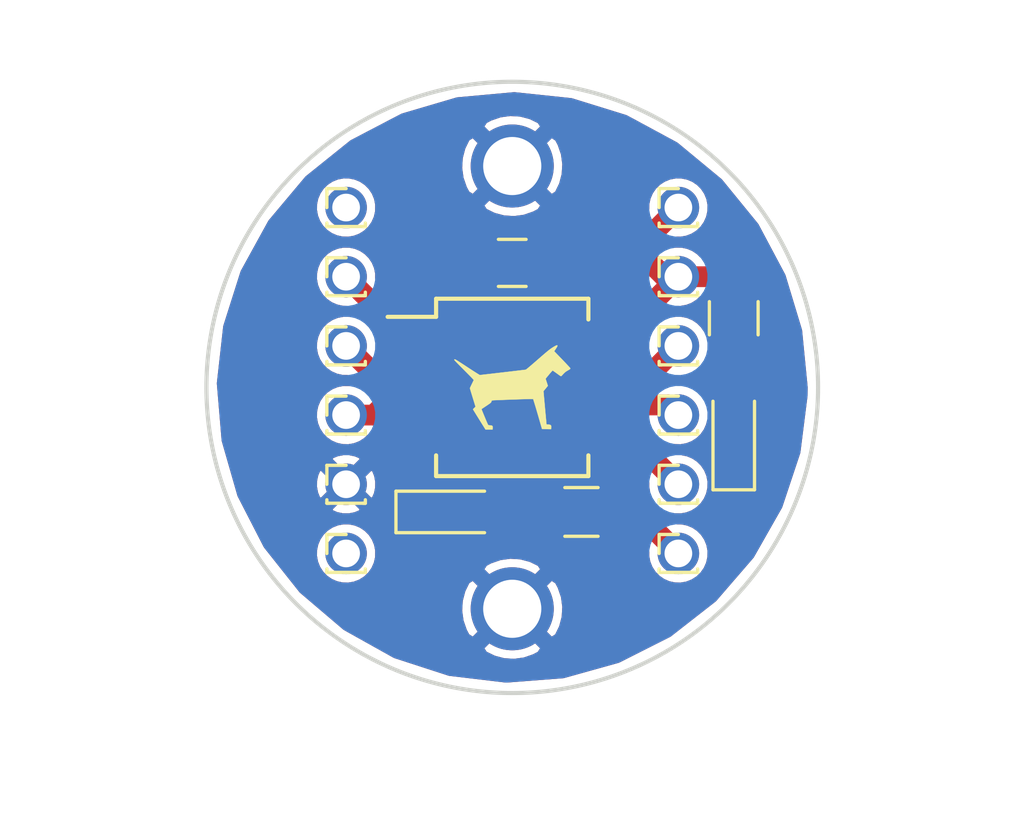
<source format=kicad_pcb>
(kicad_pcb (version 4) (host pcbnew 4.0.7-e2-6376~58~ubuntu16.04.1)

  (general
    (links 19)
    (no_connects 0)
    (area 122.5 73 159.500001 103.000001)
    (thickness 1.6)
    (drawings 1)
    (tracks 27)
    (zones 0)
    (modules 21)
    (nets 13)
  )

  (page A4)
  (layers
    (0 F.Cu signal)
    (31 B.Cu signal)
    (32 B.Adhes user)
    (33 F.Adhes user)
    (34 B.Paste user)
    (35 F.Paste user)
    (36 B.SilkS user)
    (37 F.SilkS user)
    (38 B.Mask user)
    (39 F.Mask user)
    (40 Dwgs.User user)
    (41 Cmts.User user)
    (42 Eco1.User user)
    (43 Eco2.User user)
    (44 Edge.Cuts user)
    (45 Margin user)
    (46 B.CrtYd user)
    (47 F.CrtYd user)
    (48 B.Fab user)
    (49 F.Fab user)
  )

  (setup
    (last_trace_width 0.25)
    (user_trace_width 0.75)
    (trace_clearance 0.2)
    (zone_clearance 0.3)
    (zone_45_only no)
    (trace_min 0.2)
    (segment_width 0.2)
    (edge_width 0.15)
    (via_size 0.6)
    (via_drill 0.4)
    (via_min_size 0.4)
    (via_min_drill 0.3)
    (uvia_size 0.3)
    (uvia_drill 0.1)
    (uvias_allowed no)
    (uvia_min_size 0.2)
    (uvia_min_drill 0.1)
    (pcb_text_width 0.3)
    (pcb_text_size 1.5 1.5)
    (mod_edge_width 0.15)
    (mod_text_size 1 1)
    (mod_text_width 0.15)
    (pad_size 1.5 1.5)
    (pad_drill 1)
    (pad_to_mask_clearance 0.2)
    (aux_axis_origin 0 0)
    (visible_elements FFFFFFDF)
    (pcbplotparams
      (layerselection 0x00030_80000001)
      (usegerberextensions false)
      (excludeedgelayer true)
      (linewidth 0.100000)
      (plotframeref false)
      (viasonmask false)
      (mode 1)
      (useauxorigin false)
      (hpglpennumber 1)
      (hpglpenspeed 20)
      (hpglpendiameter 15)
      (hpglpenoverlay 2)
      (psnegative false)
      (psa4output false)
      (plotreference true)
      (plotvalue true)
      (plotinvisibletext false)
      (padsonsilk false)
      (subtractmaskfromsilk false)
      (outputformat 1)
      (mirror false)
      (drillshape 1)
      (scaleselection 1)
      (outputdirectory ""))
  )

  (net 0 "")
  (net 1 VCC)
  (net 2 GND)
  (net 3 "Net-(D1-Pad2)")
  (net 4 "Net-(J1-Pad1)")
  (net 5 "Net-(J2-Pad1)")
  (net 6 "Net-(J3-Pad1)")
  (net 7 "Net-(J4-Pad1)")
  (net 8 "Net-(J5-Pad1)")
  (net 9 "Net-(J6-Pad1)")
  (net 10 "Net-(J9-Pad1)")
  (net 11 "Net-(J15-Pad1)")
  (net 12 "Net-(D2-Pad2)")

  (net_class Default "This is the default net class."
    (clearance 0.2)
    (trace_width 0.25)
    (via_dia 0.6)
    (via_drill 0.4)
    (uvia_dia 0.3)
    (uvia_drill 0.1)
    (add_net GND)
    (add_net "Net-(D1-Pad2)")
    (add_net "Net-(D2-Pad2)")
    (add_net "Net-(J1-Pad1)")
    (add_net "Net-(J15-Pad1)")
    (add_net "Net-(J2-Pad1)")
    (add_net "Net-(J3-Pad1)")
    (add_net "Net-(J4-Pad1)")
    (add_net "Net-(J5-Pad1)")
    (add_net "Net-(J6-Pad1)")
    (add_net "Net-(J9-Pad1)")
    (add_net VCC)
  )

  (module Pin_Headers:Pin_Header_Straight_1x01_Pitch1.00mm (layer F.Cu) (tedit 5A1C46D9) (tstamp 59F49857)
    (at 135 80.5)
    (descr "Through hole straight pin header, 1x01, 1.00mm pitch, single row")
    (tags "Through hole pin header THT 1x01 1.00mm single row")
    (path /59F1D225)
    (fp_text reference J16 (at 0 -1.56) (layer F.SilkS) hide
      (effects (font (size 1 1) (thickness 0.15)))
    )
    (fp_text value Conn_01x01 (at 0 1.56) (layer F.Fab)
      (effects (font (size 1 1) (thickness 0.15)))
    )
    (fp_line (start -0.3175 -0.5) (end 0.635 -0.5) (layer F.Fab) (width 0.1))
    (fp_line (start 0.635 -0.5) (end 0.635 0.5) (layer F.Fab) (width 0.1))
    (fp_line (start 0.635 0.5) (end -0.635 0.5) (layer F.Fab) (width 0.1))
    (fp_line (start -0.635 0.5) (end -0.635 -0.1825) (layer F.Fab) (width 0.1))
    (fp_line (start -0.635 -0.1825) (end -0.3175 -0.5) (layer F.Fab) (width 0.1))
    (fp_line (start -0.695 0.685) (end 0.695 0.685) (layer F.SilkS) (width 0.12))
    (fp_line (start -0.695 0.685) (end -0.695 0.56) (layer F.SilkS) (width 0.12))
    (fp_line (start 0.695 0.685) (end 0.695 0.56) (layer F.SilkS) (width 0.12))
    (fp_line (start -0.695 0.685) (end -0.608276 0.685) (layer F.SilkS) (width 0.12))
    (fp_line (start 0.608276 0.685) (end 0.695 0.685) (layer F.SilkS) (width 0.12))
    (fp_line (start -0.695 0) (end -0.695 -0.685) (layer F.SilkS) (width 0.12))
    (fp_line (start -0.695 -0.685) (end 0 -0.685) (layer F.SilkS) (width 0.12))
    (fp_line (start -1.15 -1) (end -1.15 1) (layer F.CrtYd) (width 0.05))
    (fp_line (start -1.15 1) (end 1.15 1) (layer F.CrtYd) (width 0.05))
    (fp_line (start 1.15 1) (end 1.15 -1) (layer F.CrtYd) (width 0.05))
    (fp_line (start 1.15 -1) (end -1.15 -1) (layer F.CrtYd) (width 0.05))
    (fp_text user %R (at 0 0 90) (layer F.Fab)
      (effects (font (size 0.76 0.76) (thickness 0.114)))
    )
    (pad "" thru_hole circle (at 0 0) (size 1.5 1.5) (drill 1) (layers *.Cu *.Mask))
    (model ${KISYS3DMOD}/Pin_Headers.3dshapes/Pin_Header_Straight_1x01_Pitch1.00mm.wrl
      (at (xyz 0 0 0))
      (scale (xyz 1 1 1))
      (rotate (xyz 0 0 0))
    )
  )

  (module Capacitors_SMD:C_0805_HandSoldering (layer F.Cu) (tedit 5A1C7D7A) (tstamp 59EA4FF3)
    (at 141 82.5 180)
    (descr "Capacitor SMD 0805, hand soldering")
    (tags "capacitor 0805")
    (path /59EA4E2A)
    (attr smd)
    (fp_text reference C1 (at 0 -1.75 180) (layer F.SilkS) hide
      (effects (font (size 1 1) (thickness 0.15)))
    )
    (fp_text value C (at 0 1.75 180) (layer F.Fab)
      (effects (font (size 1 1) (thickness 0.15)))
    )
    (fp_text user %R (at 0 -1.75 180) (layer F.Fab)
      (effects (font (size 1 1) (thickness 0.15)))
    )
    (fp_line (start -1 0.62) (end -1 -0.62) (layer F.Fab) (width 0.1))
    (fp_line (start 1 0.62) (end -1 0.62) (layer F.Fab) (width 0.1))
    (fp_line (start 1 -0.62) (end 1 0.62) (layer F.Fab) (width 0.1))
    (fp_line (start -1 -0.62) (end 1 -0.62) (layer F.Fab) (width 0.1))
    (fp_line (start 0.5 -0.85) (end -0.5 -0.85) (layer F.SilkS) (width 0.12))
    (fp_line (start -0.5 0.85) (end 0.5 0.85) (layer F.SilkS) (width 0.12))
    (fp_line (start -2.25 -0.88) (end 2.25 -0.88) (layer F.CrtYd) (width 0.05))
    (fp_line (start -2.25 -0.88) (end -2.25 0.87) (layer F.CrtYd) (width 0.05))
    (fp_line (start 2.25 0.87) (end 2.25 -0.88) (layer F.CrtYd) (width 0.05))
    (fp_line (start 2.25 0.87) (end -2.25 0.87) (layer F.CrtYd) (width 0.05))
    (pad 1 smd rect (at -1.25 0 180) (size 1.5 1.25) (layers F.Cu F.Paste F.Mask)
      (net 1 VCC))
    (pad 2 smd rect (at 1.25 0 180) (size 1.5 1.25) (layers F.Cu F.Paste F.Mask)
      (net 2 GND))
    (model Capacitors_SMD.3dshapes/C_0805.wrl
      (at (xyz 0 0 0))
      (scale (xyz 1 1 1))
      (rotate (xyz 0 0 0))
    )
  )

  (module LEDs:LED_0805_HandSoldering (layer F.Cu) (tedit 5A1C4752) (tstamp 59EA4FF9)
    (at 139 91.5)
    (descr "Resistor SMD 0805, hand soldering")
    (tags "resistor 0805")
    (path /59EA4AD3)
    (attr smd)
    (fp_text reference D1 (at 0 -1.7) (layer F.SilkS) hide
      (effects (font (size 1 1) (thickness 0.15)))
    )
    (fp_text value LED (at 0 1.75) (layer F.Fab)
      (effects (font (size 1 1) (thickness 0.15)))
    )
    (fp_line (start -0.4 -0.4) (end -0.4 0.4) (layer F.Fab) (width 0.1))
    (fp_line (start -0.4 0) (end 0.2 -0.4) (layer F.Fab) (width 0.1))
    (fp_line (start 0.2 0.4) (end -0.4 0) (layer F.Fab) (width 0.1))
    (fp_line (start 0.2 -0.4) (end 0.2 0.4) (layer F.Fab) (width 0.1))
    (fp_line (start -1 0.62) (end -1 -0.62) (layer F.Fab) (width 0.1))
    (fp_line (start 1 0.62) (end -1 0.62) (layer F.Fab) (width 0.1))
    (fp_line (start 1 -0.62) (end 1 0.62) (layer F.Fab) (width 0.1))
    (fp_line (start -1 -0.62) (end 1 -0.62) (layer F.Fab) (width 0.1))
    (fp_line (start 1 0.75) (end -2.2 0.75) (layer F.SilkS) (width 0.12))
    (fp_line (start -2.2 -0.75) (end 1 -0.75) (layer F.SilkS) (width 0.12))
    (fp_line (start -2.35 -0.9) (end 2.35 -0.9) (layer F.CrtYd) (width 0.05))
    (fp_line (start -2.35 -0.9) (end -2.35 0.9) (layer F.CrtYd) (width 0.05))
    (fp_line (start 2.35 0.9) (end 2.35 -0.9) (layer F.CrtYd) (width 0.05))
    (fp_line (start 2.35 0.9) (end -2.35 0.9) (layer F.CrtYd) (width 0.05))
    (fp_line (start -2.2 -0.75) (end -2.2 0.75) (layer F.SilkS) (width 0.12))
    (pad 1 smd rect (at -1.35 0) (size 1.5 1.3) (layers F.Cu F.Paste F.Mask)
      (net 2 GND))
    (pad 2 smd rect (at 1.35 0) (size 1.5 1.3) (layers F.Cu F.Paste F.Mask)
      (net 3 "Net-(D1-Pad2)"))
    (model ${KISYS3DMOD}/LEDs.3dshapes/LED_0805.wrl
      (at (xyz 0 0 0))
      (scale (xyz 1 1 1))
      (rotate (xyz 0 0 0))
    )
  )

  (module Resistors_SMD:R_0805 (layer F.Cu) (tedit 5A1C4771) (tstamp 59EA5027)
    (at 143.5 91.5)
    (descr "Resistor SMD 0805, reflow soldering, Vishay (see dcrcw.pdf)")
    (tags "resistor 0805")
    (path /59EA4A96)
    (attr smd)
    (fp_text reference R1 (at 0 -1.65) (layer F.SilkS) hide
      (effects (font (size 1 1) (thickness 0.15)))
    )
    (fp_text value R (at 0 1.75) (layer F.Fab)
      (effects (font (size 1 1) (thickness 0.15)))
    )
    (fp_text user %R (at 0 0) (layer F.Fab)
      (effects (font (size 0.5 0.5) (thickness 0.075)))
    )
    (fp_line (start -1 0.62) (end -1 -0.62) (layer F.Fab) (width 0.1))
    (fp_line (start 1 0.62) (end -1 0.62) (layer F.Fab) (width 0.1))
    (fp_line (start 1 -0.62) (end 1 0.62) (layer F.Fab) (width 0.1))
    (fp_line (start -1 -0.62) (end 1 -0.62) (layer F.Fab) (width 0.1))
    (fp_line (start 0.6 0.88) (end -0.6 0.88) (layer F.SilkS) (width 0.12))
    (fp_line (start -0.6 -0.88) (end 0.6 -0.88) (layer F.SilkS) (width 0.12))
    (fp_line (start -1.55 -0.9) (end 1.55 -0.9) (layer F.CrtYd) (width 0.05))
    (fp_line (start -1.55 -0.9) (end -1.55 0.9) (layer F.CrtYd) (width 0.05))
    (fp_line (start 1.55 0.9) (end 1.55 -0.9) (layer F.CrtYd) (width 0.05))
    (fp_line (start 1.55 0.9) (end -1.55 0.9) (layer F.CrtYd) (width 0.05))
    (pad 1 smd rect (at -0.95 0) (size 0.7 1.3) (layers F.Cu F.Paste F.Mask)
      (net 3 "Net-(D1-Pad2)"))
    (pad 2 smd rect (at 0.95 0) (size 0.7 1.3) (layers F.Cu F.Paste F.Mask)
      (net 10 "Net-(J9-Pad1)"))
    (model ${KISYS3DMOD}/Resistors_SMD.3dshapes/R_0805.wrl
      (at (xyz 0 0 0))
      (scale (xyz 1 1 1))
      (rotate (xyz 0 0 0))
    )
  )

  (module Pin_Headers:Pin_Header_Straight_1x01_Pitch1.00mm (layer F.Cu) (tedit 5A1C7D64) (tstamp 59EA5102)
    (at 147 85.5)
    (descr "Through hole straight pin header, 1x01, 1.00mm pitch, single row")
    (tags "Through hole pin header THT 1x01 1.00mm single row")
    (path /59EA4F2F)
    (fp_text reference J1 (at 0 -1.56) (layer F.SilkS) hide
      (effects (font (size 1 1) (thickness 0.15)))
    )
    (fp_text value Conn_01x01 (at 0 1.56) (layer F.Fab)
      (effects (font (size 1 1) (thickness 0.15)))
    )
    (fp_line (start -0.3175 -0.5) (end 0.635 -0.5) (layer F.Fab) (width 0.1))
    (fp_line (start 0.635 -0.5) (end 0.635 0.5) (layer F.Fab) (width 0.1))
    (fp_line (start 0.635 0.5) (end -0.635 0.5) (layer F.Fab) (width 0.1))
    (fp_line (start -0.635 0.5) (end -0.635 -0.1825) (layer F.Fab) (width 0.1))
    (fp_line (start -0.635 -0.1825) (end -0.3175 -0.5) (layer F.Fab) (width 0.1))
    (fp_line (start -0.695 0.685) (end 0.695 0.685) (layer F.SilkS) (width 0.12))
    (fp_line (start -0.695 0.685) (end -0.695 0.56) (layer F.SilkS) (width 0.12))
    (fp_line (start 0.695 0.685) (end 0.695 0.56) (layer F.SilkS) (width 0.12))
    (fp_line (start -0.695 0.685) (end -0.608276 0.685) (layer F.SilkS) (width 0.12))
    (fp_line (start 0.608276 0.685) (end 0.695 0.685) (layer F.SilkS) (width 0.12))
    (fp_line (start -0.695 0) (end -0.695 -0.685) (layer F.SilkS) (width 0.12))
    (fp_line (start -0.695 -0.685) (end 0 -0.685) (layer F.SilkS) (width 0.12))
    (fp_line (start -1.15 -1) (end -1.15 1) (layer F.CrtYd) (width 0.05))
    (fp_line (start -1.15 1) (end 1.15 1) (layer F.CrtYd) (width 0.05))
    (fp_line (start 1.15 1) (end 1.15 -1) (layer F.CrtYd) (width 0.05))
    (fp_line (start 1.15 -1) (end -1.15 -1) (layer F.CrtYd) (width 0.05))
    (fp_text user %R (at 0 0 90) (layer F.Fab)
      (effects (font (size 0.76 0.76) (thickness 0.114)))
    )
    (pad 1 thru_hole circle (at 0 0) (size 1.5 1.5) (drill 1) (layers *.Cu *.Mask)
      (net 4 "Net-(J1-Pad1)"))
    (model ${KISYS3DMOD}/Pin_Headers.3dshapes/Pin_Header_Straight_1x01_Pitch1.00mm.wrl
      (at (xyz 0 0 0))
      (scale (xyz 1 1 1))
      (rotate (xyz 0 0 0))
    )
  )

  (module Pin_Headers:Pin_Header_Straight_1x01_Pitch1.00mm (layer F.Cu) (tedit 5A1C4714) (tstamp 59EA51B4)
    (at 135 85.5)
    (descr "Through hole straight pin header, 1x01, 1.00mm pitch, single row")
    (tags "Through hole pin header THT 1x01 1.00mm single row")
    (path /59EA4F58)
    (fp_text reference J2 (at 0 -1.56) (layer F.SilkS) hide
      (effects (font (size 1 1) (thickness 0.15)))
    )
    (fp_text value Conn_01x01 (at 0 1.56) (layer F.Fab)
      (effects (font (size 1 1) (thickness 0.15)))
    )
    (fp_line (start -0.3175 -0.5) (end 0.635 -0.5) (layer F.Fab) (width 0.1))
    (fp_line (start 0.635 -0.5) (end 0.635 0.5) (layer F.Fab) (width 0.1))
    (fp_line (start 0.635 0.5) (end -0.635 0.5) (layer F.Fab) (width 0.1))
    (fp_line (start -0.635 0.5) (end -0.635 -0.1825) (layer F.Fab) (width 0.1))
    (fp_line (start -0.635 -0.1825) (end -0.3175 -0.5) (layer F.Fab) (width 0.1))
    (fp_line (start -0.695 0.685) (end 0.695 0.685) (layer F.SilkS) (width 0.12))
    (fp_line (start -0.695 0.685) (end -0.695 0.56) (layer F.SilkS) (width 0.12))
    (fp_line (start 0.695 0.685) (end 0.695 0.56) (layer F.SilkS) (width 0.12))
    (fp_line (start -0.695 0.685) (end -0.608276 0.685) (layer F.SilkS) (width 0.12))
    (fp_line (start 0.608276 0.685) (end 0.695 0.685) (layer F.SilkS) (width 0.12))
    (fp_line (start -0.695 0) (end -0.695 -0.685) (layer F.SilkS) (width 0.12))
    (fp_line (start -0.695 -0.685) (end 0 -0.685) (layer F.SilkS) (width 0.12))
    (fp_line (start -1.15 -1) (end -1.15 1) (layer F.CrtYd) (width 0.05))
    (fp_line (start -1.15 1) (end 1.15 1) (layer F.CrtYd) (width 0.05))
    (fp_line (start 1.15 1) (end 1.15 -1) (layer F.CrtYd) (width 0.05))
    (fp_line (start 1.15 -1) (end -1.15 -1) (layer F.CrtYd) (width 0.05))
    (fp_text user %R (at 0 0 90) (layer F.Fab)
      (effects (font (size 0.76 0.76) (thickness 0.114)))
    )
    (pad 1 thru_hole circle (at 0 0) (size 1.5 1.5) (drill 1) (layers *.Cu *.Mask)
      (net 5 "Net-(J2-Pad1)"))
    (model ${KISYS3DMOD}/Pin_Headers.3dshapes/Pin_Header_Straight_1x01_Pitch1.00mm.wrl
      (at (xyz 0 0 0))
      (scale (xyz 1 1 1))
      (rotate (xyz 0 0 0))
    )
  )

  (module Pin_Headers:Pin_Header_Straight_1x01_Pitch1.00mm (layer F.Cu) (tedit 5A1C4728) (tstamp 59EA51B8)
    (at 135 88)
    (descr "Through hole straight pin header, 1x01, 1.00mm pitch, single row")
    (tags "Through hole pin header THT 1x01 1.00mm single row")
    (path /59EA4F7D)
    (fp_text reference "" (at 0 -1.56) (layer F.SilkS) hide
      (effects (font (size 1 1) (thickness 0.15)))
    )
    (fp_text value Conn_01x01 (at 0 1.56) (layer F.Fab)
      (effects (font (size 1 1) (thickness 0.15)))
    )
    (fp_line (start -0.3175 -0.5) (end 0.635 -0.5) (layer F.Fab) (width 0.1))
    (fp_line (start 0.635 -0.5) (end 0.635 0.5) (layer F.Fab) (width 0.1))
    (fp_line (start 0.635 0.5) (end -0.635 0.5) (layer F.Fab) (width 0.1))
    (fp_line (start -0.635 0.5) (end -0.635 -0.1825) (layer F.Fab) (width 0.1))
    (fp_line (start -0.635 -0.1825) (end -0.3175 -0.5) (layer F.Fab) (width 0.1))
    (fp_line (start -0.695 0.685) (end 0.695 0.685) (layer F.SilkS) (width 0.12))
    (fp_line (start -0.695 0.685) (end -0.695 0.56) (layer F.SilkS) (width 0.12))
    (fp_line (start 0.695 0.685) (end 0.695 0.56) (layer F.SilkS) (width 0.12))
    (fp_line (start -0.695 0.685) (end -0.608276 0.685) (layer F.SilkS) (width 0.12))
    (fp_line (start 0.608276 0.685) (end 0.695 0.685) (layer F.SilkS) (width 0.12))
    (fp_line (start -0.695 0) (end -0.695 -0.685) (layer F.SilkS) (width 0.12))
    (fp_line (start -0.695 -0.685) (end 0 -0.685) (layer F.SilkS) (width 0.12))
    (fp_line (start -1.15 -1) (end -1.15 1) (layer F.CrtYd) (width 0.05))
    (fp_line (start -1.15 1) (end 1.15 1) (layer F.CrtYd) (width 0.05))
    (fp_line (start 1.15 1) (end 1.15 -1) (layer F.CrtYd) (width 0.05))
    (fp_line (start 1.15 -1) (end -1.15 -1) (layer F.CrtYd) (width 0.05))
    (fp_text user %R (at 0 0 90) (layer F.Fab)
      (effects (font (size 0.76 0.76) (thickness 0.114)))
    )
    (pad 1 thru_hole circle (at 0 0) (size 1.5 1.5) (drill 1) (layers *.Cu *.Mask)
      (net 6 "Net-(J3-Pad1)"))
    (model ${KISYS3DMOD}/Pin_Headers.3dshapes/Pin_Header_Straight_1x01_Pitch1.00mm.wrl
      (at (xyz 0 0 0))
      (scale (xyz 1 1 1))
      (rotate (xyz 0 0 0))
    )
  )

  (module Pin_Headers:Pin_Header_Straight_1x01_Pitch1.00mm (layer F.Cu) (tedit 5A1C46EA) (tstamp 59EA51BC)
    (at 135 83)
    (descr "Through hole straight pin header, 1x01, 1.00mm pitch, single row")
    (tags "Through hole pin header THT 1x01 1.00mm single row")
    (path /59EA4FBA)
    (fp_text reference J4 (at 0 -1.56) (layer F.SilkS) hide
      (effects (font (size 1 1) (thickness 0.15)))
    )
    (fp_text value Conn_01x01 (at 0 1.56) (layer F.Fab)
      (effects (font (size 1 1) (thickness 0.15)))
    )
    (fp_line (start -0.3175 -0.5) (end 0.635 -0.5) (layer F.Fab) (width 0.1))
    (fp_line (start 0.635 -0.5) (end 0.635 0.5) (layer F.Fab) (width 0.1))
    (fp_line (start 0.635 0.5) (end -0.635 0.5) (layer F.Fab) (width 0.1))
    (fp_line (start -0.635 0.5) (end -0.635 -0.1825) (layer F.Fab) (width 0.1))
    (fp_line (start -0.635 -0.1825) (end -0.3175 -0.5) (layer F.Fab) (width 0.1))
    (fp_line (start -0.695 0.685) (end 0.695 0.685) (layer F.SilkS) (width 0.12))
    (fp_line (start -0.695 0.685) (end -0.695 0.56) (layer F.SilkS) (width 0.12))
    (fp_line (start 0.695 0.685) (end 0.695 0.56) (layer F.SilkS) (width 0.12))
    (fp_line (start -0.695 0.685) (end -0.608276 0.685) (layer F.SilkS) (width 0.12))
    (fp_line (start 0.608276 0.685) (end 0.695 0.685) (layer F.SilkS) (width 0.12))
    (fp_line (start -0.695 0) (end -0.695 -0.685) (layer F.SilkS) (width 0.12))
    (fp_line (start -0.695 -0.685) (end 0 -0.685) (layer F.SilkS) (width 0.12))
    (fp_line (start -1.15 -1) (end -1.15 1) (layer F.CrtYd) (width 0.05))
    (fp_line (start -1.15 1) (end 1.15 1) (layer F.CrtYd) (width 0.05))
    (fp_line (start 1.15 1) (end 1.15 -1) (layer F.CrtYd) (width 0.05))
    (fp_line (start 1.15 -1) (end -1.15 -1) (layer F.CrtYd) (width 0.05))
    (fp_text user %R (at 0 0 90) (layer F.Fab)
      (effects (font (size 0.76 0.76) (thickness 0.114)))
    )
    (pad 1 thru_hole circle (at 0 0) (size 1.5 1.5) (drill 1) (layers *.Cu *.Mask)
      (net 7 "Net-(J4-Pad1)") (zone_connect 0))
    (model ${KISYS3DMOD}/Pin_Headers.3dshapes/Pin_Header_Straight_1x01_Pitch1.00mm.wrl
      (at (xyz 0 0 0))
      (scale (xyz 1 1 1))
      (rotate (xyz 0 0 0))
    )
  )

  (module Pin_Headers:Pin_Header_Straight_1x01_Pitch1.00mm (layer F.Cu) (tedit 5A1C7D0B) (tstamp 59EA51C0)
    (at 147 90.5)
    (descr "Through hole straight pin header, 1x01, 1.00mm pitch, single row")
    (tags "Through hole pin header THT 1x01 1.00mm single row")
    (path /59EA4E9F)
    (fp_text reference J5 (at 0 -1.56) (layer F.SilkS) hide
      (effects (font (size 1 1) (thickness 0.15)))
    )
    (fp_text value Conn_01x01 (at 0 1.56) (layer F.Fab)
      (effects (font (size 1 1) (thickness 0.15)))
    )
    (fp_line (start -0.3175 -0.5) (end 0.635 -0.5) (layer F.Fab) (width 0.1))
    (fp_line (start 0.635 -0.5) (end 0.635 0.5) (layer F.Fab) (width 0.1))
    (fp_line (start 0.635 0.5) (end -0.635 0.5) (layer F.Fab) (width 0.1))
    (fp_line (start -0.635 0.5) (end -0.635 -0.1825) (layer F.Fab) (width 0.1))
    (fp_line (start -0.635 -0.1825) (end -0.3175 -0.5) (layer F.Fab) (width 0.1))
    (fp_line (start -0.695 0.685) (end 0.695 0.685) (layer F.SilkS) (width 0.12))
    (fp_line (start -0.695 0.685) (end -0.695 0.56) (layer F.SilkS) (width 0.12))
    (fp_line (start 0.695 0.685) (end 0.695 0.56) (layer F.SilkS) (width 0.12))
    (fp_line (start -0.695 0.685) (end -0.608276 0.685) (layer F.SilkS) (width 0.12))
    (fp_line (start 0.608276 0.685) (end 0.695 0.685) (layer F.SilkS) (width 0.12))
    (fp_line (start -0.695 0) (end -0.695 -0.685) (layer F.SilkS) (width 0.12))
    (fp_line (start -0.695 -0.685) (end 0 -0.685) (layer F.SilkS) (width 0.12))
    (fp_line (start -1.15 -1) (end -1.15 1) (layer F.CrtYd) (width 0.05))
    (fp_line (start -1.15 1) (end 1.15 1) (layer F.CrtYd) (width 0.05))
    (fp_line (start 1.15 1) (end 1.15 -1) (layer F.CrtYd) (width 0.05))
    (fp_line (start 1.15 -1) (end -1.15 -1) (layer F.CrtYd) (width 0.05))
    (fp_text user %R (at 0 0 90) (layer F.Fab)
      (effects (font (size 0.76 0.76) (thickness 0.114)))
    )
    (pad 1 thru_hole circle (at 0 0) (size 1.5 1.5) (drill 1) (layers *.Cu *.Mask)
      (net 8 "Net-(J5-Pad1)"))
    (model ${KISYS3DMOD}/Pin_Headers.3dshapes/Pin_Header_Straight_1x01_Pitch1.00mm.wrl
      (at (xyz 0 0 0))
      (scale (xyz 1 1 1))
      (rotate (xyz 0 0 0))
    )
  )

  (module Pin_Headers:Pin_Header_Straight_1x01_Pitch1.00mm (layer F.Cu) (tedit 5A1C7D00) (tstamp 59EA51C4)
    (at 147 88)
    (descr "Through hole straight pin header, 1x01, 1.00mm pitch, single row")
    (tags "Through hole pin header THT 1x01 1.00mm single row")
    (path /59EA4F0E)
    (fp_text reference J6 (at 0 -1.56) (layer F.SilkS) hide
      (effects (font (size 1 1) (thickness 0.15)))
    )
    (fp_text value Conn_01x01 (at 0 1.56) (layer F.Fab)
      (effects (font (size 1 1) (thickness 0.15)))
    )
    (fp_line (start -0.3175 -0.5) (end 0.635 -0.5) (layer F.Fab) (width 0.1))
    (fp_line (start 0.635 -0.5) (end 0.635 0.5) (layer F.Fab) (width 0.1))
    (fp_line (start 0.635 0.5) (end -0.635 0.5) (layer F.Fab) (width 0.1))
    (fp_line (start -0.635 0.5) (end -0.635 -0.1825) (layer F.Fab) (width 0.1))
    (fp_line (start -0.635 -0.1825) (end -0.3175 -0.5) (layer F.Fab) (width 0.1))
    (fp_line (start -0.695 0.685) (end 0.695 0.685) (layer F.SilkS) (width 0.12))
    (fp_line (start -0.695 0.685) (end -0.695 0.56) (layer F.SilkS) (width 0.12))
    (fp_line (start 0.695 0.685) (end 0.695 0.56) (layer F.SilkS) (width 0.12))
    (fp_line (start -0.695 0.685) (end -0.608276 0.685) (layer F.SilkS) (width 0.12))
    (fp_line (start 0.608276 0.685) (end 0.695 0.685) (layer F.SilkS) (width 0.12))
    (fp_line (start -0.695 0) (end -0.695 -0.685) (layer F.SilkS) (width 0.12))
    (fp_line (start -0.695 -0.685) (end 0 -0.685) (layer F.SilkS) (width 0.12))
    (fp_line (start -1.15 -1) (end -1.15 1) (layer F.CrtYd) (width 0.05))
    (fp_line (start -1.15 1) (end 1.15 1) (layer F.CrtYd) (width 0.05))
    (fp_line (start 1.15 1) (end 1.15 -1) (layer F.CrtYd) (width 0.05))
    (fp_line (start 1.15 -1) (end -1.15 -1) (layer F.CrtYd) (width 0.05))
    (fp_text user %R (at 0 0 90) (layer F.Fab)
      (effects (font (size 0.76 0.76) (thickness 0.114)))
    )
    (pad 1 thru_hole circle (at 0 0) (size 1.5 1.5) (drill 1) (layers *.Cu *.Mask)
      (net 9 "Net-(J6-Pad1)"))
    (model ${KISYS3DMOD}/Pin_Headers.3dshapes/Pin_Header_Straight_1x01_Pitch1.00mm.wrl
      (at (xyz 0 0 0))
      (scale (xyz 1 1 1))
      (rotate (xyz 0 0 0))
    )
  )

  (module Pin_Headers:Pin_Header_Straight_1x01_Pitch1.00mm (layer F.Cu) (tedit 5A1C467F) (tstamp 59EA51C8)
    (at 135 90.5)
    (descr "Through hole straight pin header, 1x01, 1.00mm pitch, single row")
    (tags "Through hole pin header THT 1x01 1.00mm single row")
    (path /59EA500E)
    (fp_text reference "" (at 0 -1.56) (layer F.SilkS)
      (effects (font (size 1 1) (thickness 0.15)))
    )
    (fp_text value Conn_01x01 (at 0 1.56) (layer F.Fab)
      (effects (font (size 1 1) (thickness 0.15)))
    )
    (fp_line (start -0.3175 -0.5) (end 0.635 -0.5) (layer F.Fab) (width 0.1))
    (fp_line (start 0.635 -0.5) (end 0.635 0.5) (layer F.Fab) (width 0.1))
    (fp_line (start 0.635 0.5) (end -0.635 0.5) (layer F.Fab) (width 0.1))
    (fp_line (start -0.635 0.5) (end -0.635 -0.1825) (layer F.Fab) (width 0.1))
    (fp_line (start -0.635 -0.1825) (end -0.3175 -0.5) (layer F.Fab) (width 0.1))
    (fp_line (start -0.695 0.685) (end 0.695 0.685) (layer F.SilkS) (width 0.12))
    (fp_line (start -0.695 0.685) (end -0.695 0.56) (layer F.SilkS) (width 0.12))
    (fp_line (start 0.695 0.685) (end 0.695 0.56) (layer F.SilkS) (width 0.12))
    (fp_line (start -0.695 0.685) (end -0.608276 0.685) (layer F.SilkS) (width 0.12))
    (fp_line (start 0.608276 0.685) (end 0.695 0.685) (layer F.SilkS) (width 0.12))
    (fp_line (start -0.695 0) (end -0.695 -0.685) (layer F.SilkS) (width 0.12))
    (fp_line (start -0.695 -0.685) (end 0 -0.685) (layer F.SilkS) (width 0.12))
    (fp_line (start -1.15 -1) (end -1.15 1) (layer F.CrtYd) (width 0.05))
    (fp_line (start -1.15 1) (end 1.15 1) (layer F.CrtYd) (width 0.05))
    (fp_line (start 1.15 1) (end 1.15 -1) (layer F.CrtYd) (width 0.05))
    (fp_line (start 1.15 -1) (end -1.15 -1) (layer F.CrtYd) (width 0.05))
    (fp_text user %R (at 0 0 90) (layer F.Fab)
      (effects (font (size 0.76 0.76) (thickness 0.114)))
    )
    (pad 1 thru_hole circle (at 0 0) (size 1.5 1.5) (drill 1) (layers *.Cu *.Mask)
      (net 2 GND))
    (model ${KISYS3DMOD}/Pin_Headers.3dshapes/Pin_Header_Straight_1x01_Pitch1.00mm.wrl
      (at (xyz 0 0 0))
      (scale (xyz 1 1 1))
      (rotate (xyz 0 0 0))
    )
  )

  (module Pin_Headers:Pin_Header_Straight_1x01_Pitch1.00mm (layer F.Cu) (tedit 5A1C7CE6) (tstamp 59EA51CC)
    (at 147 83)
    (descr "Through hole straight pin header, 1x01, 1.00mm pitch, single row")
    (tags "Through hole pin header THT 1x01 1.00mm single row")
    (path /59EA4FE3)
    (fp_text reference J8 (at 0 -1.56) (layer F.SilkS) hide
      (effects (font (size 1 1) (thickness 0.15)))
    )
    (fp_text value Conn_01x01 (at 0 1.56) (layer F.Fab)
      (effects (font (size 1 1) (thickness 0.15)))
    )
    (fp_line (start -0.3175 -0.5) (end 0.635 -0.5) (layer F.Fab) (width 0.1))
    (fp_line (start 0.635 -0.5) (end 0.635 0.5) (layer F.Fab) (width 0.1))
    (fp_line (start 0.635 0.5) (end -0.635 0.5) (layer F.Fab) (width 0.1))
    (fp_line (start -0.635 0.5) (end -0.635 -0.1825) (layer F.Fab) (width 0.1))
    (fp_line (start -0.635 -0.1825) (end -0.3175 -0.5) (layer F.Fab) (width 0.1))
    (fp_line (start -0.695 0.685) (end 0.695 0.685) (layer F.SilkS) (width 0.12))
    (fp_line (start -0.695 0.685) (end -0.695 0.56) (layer F.SilkS) (width 0.12))
    (fp_line (start 0.695 0.685) (end 0.695 0.56) (layer F.SilkS) (width 0.12))
    (fp_line (start -0.695 0.685) (end -0.608276 0.685) (layer F.SilkS) (width 0.12))
    (fp_line (start 0.608276 0.685) (end 0.695 0.685) (layer F.SilkS) (width 0.12))
    (fp_line (start -0.695 0) (end -0.695 -0.685) (layer F.SilkS) (width 0.12))
    (fp_line (start -0.695 -0.685) (end 0 -0.685) (layer F.SilkS) (width 0.12))
    (fp_line (start -1.15 -1) (end -1.15 1) (layer F.CrtYd) (width 0.05))
    (fp_line (start -1.15 1) (end 1.15 1) (layer F.CrtYd) (width 0.05))
    (fp_line (start 1.15 1) (end 1.15 -1) (layer F.CrtYd) (width 0.05))
    (fp_line (start 1.15 -1) (end -1.15 -1) (layer F.CrtYd) (width 0.05))
    (fp_text user %R (at 0 0 90) (layer F.Fab)
      (effects (font (size 0.76 0.76) (thickness 0.114)))
    )
    (pad 1 thru_hole circle (at 0 0) (size 1.5 1.5) (drill 1) (layers *.Cu *.Mask)
      (net 1 VCC))
    (model ${KISYS3DMOD}/Pin_Headers.3dshapes/Pin_Header_Straight_1x01_Pitch1.00mm.wrl
      (at (xyz 0 0 0))
      (scale (xyz 1 1 1))
      (rotate (xyz 0 0 0))
    )
  )

  (module Pin_Headers:Pin_Header_Straight_1x01_Pitch1.00mm (layer F.Cu) (tedit 5A1C7D18) (tstamp 59EA6196)
    (at 147 93)
    (descr "Through hole straight pin header, 1x01, 1.00mm pitch, single row")
    (tags "Through hole pin header THT 1x01 1.00mm single row")
    (path /59EA61D8)
    (fp_text reference J9 (at 0 -1.56) (layer F.SilkS) hide
      (effects (font (size 1 1) (thickness 0.15)))
    )
    (fp_text value Conn_01x01 (at 0 1.56) (layer F.Fab)
      (effects (font (size 1 1) (thickness 0.15)))
    )
    (fp_line (start -0.3175 -0.5) (end 0.635 -0.5) (layer F.Fab) (width 0.1))
    (fp_line (start 0.635 -0.5) (end 0.635 0.5) (layer F.Fab) (width 0.1))
    (fp_line (start 0.635 0.5) (end -0.635 0.5) (layer F.Fab) (width 0.1))
    (fp_line (start -0.635 0.5) (end -0.635 -0.1825) (layer F.Fab) (width 0.1))
    (fp_line (start -0.635 -0.1825) (end -0.3175 -0.5) (layer F.Fab) (width 0.1))
    (fp_line (start -0.695 0.685) (end 0.695 0.685) (layer F.SilkS) (width 0.12))
    (fp_line (start -0.695 0.685) (end -0.695 0.56) (layer F.SilkS) (width 0.12))
    (fp_line (start 0.695 0.685) (end 0.695 0.56) (layer F.SilkS) (width 0.12))
    (fp_line (start -0.695 0.685) (end -0.608276 0.685) (layer F.SilkS) (width 0.12))
    (fp_line (start 0.608276 0.685) (end 0.695 0.685) (layer F.SilkS) (width 0.12))
    (fp_line (start -0.695 0) (end -0.695 -0.685) (layer F.SilkS) (width 0.12))
    (fp_line (start -0.695 -0.685) (end 0 -0.685) (layer F.SilkS) (width 0.12))
    (fp_line (start -1.15 -1) (end -1.15 1) (layer F.CrtYd) (width 0.05))
    (fp_line (start -1.15 1) (end 1.15 1) (layer F.CrtYd) (width 0.05))
    (fp_line (start 1.15 1) (end 1.15 -1) (layer F.CrtYd) (width 0.05))
    (fp_line (start 1.15 -1) (end -1.15 -1) (layer F.CrtYd) (width 0.05))
    (fp_text user %R (at 0 0 90) (layer F.Fab)
      (effects (font (size 0.76 0.76) (thickness 0.114)))
    )
    (pad 1 thru_hole circle (at 0 0) (size 1.5 1.5) (drill 1) (layers *.Cu *.Mask)
      (net 10 "Net-(J9-Pad1)"))
    (model ${KISYS3DMOD}/Pin_Headers.3dshapes/Pin_Header_Straight_1x01_Pitch1.00mm.wrl
      (at (xyz 0 0 0))
      (scale (xyz 1 1 1))
      (rotate (xyz 0 0 0))
    )
  )

  (module Pin_Headers:Pin_Header_Straight_1x01_Pitch1.00mm (layer F.Cu) (tedit 5A1C7CF2) (tstamp 59EA619B)
    (at 147 80.5)
    (descr "Through hole straight pin header, 1x01, 1.00mm pitch, single row")
    (tags "Through hole pin header THT 1x01 1.00mm single row")
    (path /59EA6241)
    (fp_text reference "" (at 0 -1.56) (layer F.SilkS) hide
      (effects (font (size 1 1) (thickness 0.15)))
    )
    (fp_text value "" (at 0 1.56) (layer F.Fab)
      (effects (font (size 1 1) (thickness 0.15)))
    )
    (fp_line (start -0.3175 -0.5) (end 0.635 -0.5) (layer F.Fab) (width 0.1))
    (fp_line (start 0.635 -0.5) (end 0.635 0.5) (layer F.Fab) (width 0.1))
    (fp_line (start 0.635 0.5) (end -0.635 0.5) (layer F.Fab) (width 0.1))
    (fp_line (start -0.635 0.5) (end -0.635 -0.1825) (layer F.Fab) (width 0.1))
    (fp_line (start -0.635 -0.1825) (end -0.3175 -0.5) (layer F.Fab) (width 0.1))
    (fp_line (start -0.695 0.685) (end 0.695 0.685) (layer F.SilkS) (width 0.12))
    (fp_line (start -0.695 0.685) (end -0.695 0.56) (layer F.SilkS) (width 0.12))
    (fp_line (start 0.695 0.685) (end 0.695 0.56) (layer F.SilkS) (width 0.12))
    (fp_line (start -0.695 0.685) (end -0.608276 0.685) (layer F.SilkS) (width 0.12))
    (fp_line (start 0.608276 0.685) (end 0.695 0.685) (layer F.SilkS) (width 0.12))
    (fp_line (start -0.695 0) (end -0.695 -0.685) (layer F.SilkS) (width 0.12))
    (fp_line (start -0.695 -0.685) (end 0 -0.685) (layer F.SilkS) (width 0.12))
    (fp_line (start -1.15 -1) (end -1.15 1) (layer F.CrtYd) (width 0.05))
    (fp_line (start -1.15 1) (end 1.15 1) (layer F.CrtYd) (width 0.05))
    (fp_line (start 1.15 1) (end 1.15 -1) (layer F.CrtYd) (width 0.05))
    (fp_line (start 1.15 -1) (end -1.15 -1) (layer F.CrtYd) (width 0.05))
    (fp_text user %R (at 0 0 90) (layer F.Fab)
      (effects (font (size 0.76 0.76) (thickness 0.114)))
    )
    (pad 1 thru_hole circle (at 0 0) (size 1.5 1.5) (drill 1) (layers *.Cu *.Mask)
      (net 1 VCC))
    (model ${KISYS3DMOD}/Pin_Headers.3dshapes/Pin_Header_Straight_1x01_Pitch1.00mm.wrl
      (at (xyz 0 0 0))
      (scale (xyz 1 1 1))
      (rotate (xyz 0 0 0))
    )
  )

  (module Pin_Headers:Pin_Header_Straight_1x01_Pitch1.00mm (layer F.Cu) (tedit 5A1C4763) (tstamp 59EA6439)
    (at 141 95)
    (descr "Through hole straight pin header, 1x01, 1.00mm pitch, single row")
    (tags "Through hole pin header THT 1x01 1.00mm single row")
    (path /59EA64DF)
    (fp_text reference J12 (at 0 -1.56) (layer F.SilkS) hide
      (effects (font (size 1 1) (thickness 0.15)))
    )
    (fp_text value Conn_01x01 (at 0 1.56) (layer F.Fab)
      (effects (font (size 1 1) (thickness 0.15)))
    )
    (fp_line (start -0.3175 -0.5) (end 0.635 -0.5) (layer F.Fab) (width 0.1))
    (fp_line (start 0.635 -0.5) (end 0.635 0.5) (layer F.Fab) (width 0.1))
    (fp_line (start 0.635 0.5) (end -0.635 0.5) (layer F.Fab) (width 0.1))
    (fp_line (start -0.635 0.5) (end -0.635 -0.1825) (layer F.Fab) (width 0.1))
    (fp_line (start -0.635 -0.1825) (end -0.3175 -0.5) (layer F.Fab) (width 0.1))
    (fp_line (start -0.695 0.685) (end 0.695 0.685) (layer F.SilkS) (width 0.12))
    (fp_line (start -0.695 0.685) (end -0.695 0.56) (layer F.SilkS) (width 0.12))
    (fp_line (start 0.695 0.685) (end 0.695 0.56) (layer F.SilkS) (width 0.12))
    (fp_line (start -0.695 0.685) (end -0.608276 0.685) (layer F.SilkS) (width 0.12))
    (fp_line (start 0.608276 0.685) (end 0.695 0.685) (layer F.SilkS) (width 0.12))
    (fp_line (start -0.695 0) (end -0.695 -0.685) (layer F.SilkS) (width 0.12))
    (fp_line (start -0.695 -0.685) (end 0 -0.685) (layer F.SilkS) (width 0.12))
    (fp_line (start -1.15 -1) (end -1.15 1) (layer F.CrtYd) (width 0.05))
    (fp_line (start -1.15 1) (end 1.15 1) (layer F.CrtYd) (width 0.05))
    (fp_line (start 1.15 1) (end 1.15 -1) (layer F.CrtYd) (width 0.05))
    (fp_line (start 1.15 -1) (end -1.15 -1) (layer F.CrtYd) (width 0.05))
    (fp_text user %R (at 0 0 90) (layer F.Fab)
      (effects (font (size 0.76 0.76) (thickness 0.114)))
    )
    (pad 1 thru_hole circle (at 0 0) (size 3 3) (drill 2.1) (layers *.Cu *.Mask)
      (net 2 GND))
    (model ${KISYS3DMOD}/Pin_Headers.3dshapes/Pin_Header_Straight_1x01_Pitch1.00mm.wrl
      (at (xyz 0 0 0))
      (scale (xyz 1 1 1))
      (rotate (xyz 0 0 0))
    )
  )

  (module Pin_Headers:Pin_Header_Straight_1x01_Pitch1.00mm (layer F.Cu) (tedit 5A1C7C67) (tstamp 59EA643E)
    (at 141 79)
    (descr "Through hole straight pin header, 1x01, 1.00mm pitch, single row")
    (tags "Through hole pin header THT 1x01 1.00mm single row")
    (path /59EA6490)
    (fp_text reference J13 (at 0 -1.56) (layer F.SilkS) hide
      (effects (font (size 1 1) (thickness 0.15)))
    )
    (fp_text value Conn_01x01 (at 0 1.56) (layer F.Fab)
      (effects (font (size 1 1) (thickness 0.15)))
    )
    (fp_line (start -0.3175 -0.5) (end 0.635 -0.5) (layer F.Fab) (width 0.1))
    (fp_line (start 0.635 -0.5) (end 0.635 0.5) (layer F.Fab) (width 0.1))
    (fp_line (start 0.635 0.5) (end -0.635 0.5) (layer F.Fab) (width 0.1))
    (fp_line (start -0.635 0.5) (end -0.635 -0.1825) (layer F.Fab) (width 0.1))
    (fp_line (start -0.635 -0.1825) (end -0.3175 -0.5) (layer F.Fab) (width 0.1))
    (fp_line (start -0.695 0.685) (end 0.695 0.685) (layer F.SilkS) (width 0.12))
    (fp_line (start -0.695 0.685) (end -0.695 0.56) (layer F.SilkS) (width 0.12))
    (fp_line (start 0.695 0.685) (end 0.695 0.56) (layer F.SilkS) (width 0.12))
    (fp_line (start -0.695 0.685) (end -0.608276 0.685) (layer F.SilkS) (width 0.12))
    (fp_line (start 0.608276 0.685) (end 0.695 0.685) (layer F.SilkS) (width 0.12))
    (fp_line (start -0.695 0) (end -0.695 -0.685) (layer F.SilkS) (width 0.12))
    (fp_line (start -0.695 -0.685) (end 0 -0.685) (layer F.SilkS) (width 0.12))
    (fp_line (start -1.15 -1) (end -1.15 1) (layer F.CrtYd) (width 0.05))
    (fp_line (start -1.15 1) (end 1.15 1) (layer F.CrtYd) (width 0.05))
    (fp_line (start 1.15 1) (end 1.15 -1) (layer F.CrtYd) (width 0.05))
    (fp_line (start 1.15 -1) (end -1.15 -1) (layer F.CrtYd) (width 0.05))
    (fp_text user %R (at 0 0 90) (layer F.Fab)
      (effects (font (size 0.76 0.76) (thickness 0.114)))
    )
    (pad 1 thru_hole circle (at 0 0) (size 3 3) (drill 2.1) (layers *.Cu *.Mask)
      (net 2 GND))
    (model ${KISYS3DMOD}/Pin_Headers.3dshapes/Pin_Header_Straight_1x01_Pitch1.00mm.wrl
      (at (xyz 0 0 0))
      (scale (xyz 1 1 1))
      (rotate (xyz 0 0 0))
    )
  )

  (module Pin_Headers:Pin_Header_Straight_1x01_Pitch1.00mm (layer F.Cu) (tedit 5A1C4744) (tstamp 59F49841)
    (at 135 93)
    (descr "Through hole straight pin header, 1x01, 1.00mm pitch, single row")
    (tags "Through hole pin header THT 1x01 1.00mm single row")
    (path /59F1D260)
    (fp_text reference J15 (at 0 -1.56) (layer F.SilkS) hide
      (effects (font (size 1 1) (thickness 0.15)))
    )
    (fp_text value Conn_01x01 (at 0 1.56) (layer F.Fab)
      (effects (font (size 1 1) (thickness 0.15)))
    )
    (fp_line (start -0.3175 -0.5) (end 0.635 -0.5) (layer F.Fab) (width 0.1))
    (fp_line (start 0.635 -0.5) (end 0.635 0.5) (layer F.Fab) (width 0.1))
    (fp_line (start 0.635 0.5) (end -0.635 0.5) (layer F.Fab) (width 0.1))
    (fp_line (start -0.635 0.5) (end -0.635 -0.1825) (layer F.Fab) (width 0.1))
    (fp_line (start -0.635 -0.1825) (end -0.3175 -0.5) (layer F.Fab) (width 0.1))
    (fp_line (start -0.695 0.685) (end 0.695 0.685) (layer F.SilkS) (width 0.12))
    (fp_line (start -0.695 0.685) (end -0.695 0.56) (layer F.SilkS) (width 0.12))
    (fp_line (start 0.695 0.685) (end 0.695 0.56) (layer F.SilkS) (width 0.12))
    (fp_line (start -0.695 0.685) (end -0.608276 0.685) (layer F.SilkS) (width 0.12))
    (fp_line (start 0.608276 0.685) (end 0.695 0.685) (layer F.SilkS) (width 0.12))
    (fp_line (start -0.695 0) (end -0.695 -0.685) (layer F.SilkS) (width 0.12))
    (fp_line (start -0.695 -0.685) (end 0 -0.685) (layer F.SilkS) (width 0.12))
    (fp_line (start -1.15 -1) (end -1.15 1) (layer F.CrtYd) (width 0.05))
    (fp_line (start -1.15 1) (end 1.15 1) (layer F.CrtYd) (width 0.05))
    (fp_line (start 1.15 1) (end 1.15 -1) (layer F.CrtYd) (width 0.05))
    (fp_line (start 1.15 -1) (end -1.15 -1) (layer F.CrtYd) (width 0.05))
    (fp_text user %R (at 0 0 90) (layer F.Fab)
      (effects (font (size 0.76 0.76) (thickness 0.114)))
    )
    (pad 1 thru_hole circle (at 0 0) (size 1.5 1.5) (drill 1) (layers *.Cu *.Mask)
      (net 11 "Net-(J15-Pad1)"))
    (model ${KISYS3DMOD}/Pin_Headers.3dshapes/Pin_Header_Straight_1x01_Pitch1.00mm.wrl
      (at (xyz 0 0 0))
      (scale (xyz 1 1 1))
      (rotate (xyz 0 0 0))
    )
  )

  (module Housings_SOIC:SO-8_5.3x6.2mm_Pitch1.27mm (layer F.Cu) (tedit 5A1C7C30) (tstamp 5A1C4019)
    (at 141 87)
    (descr "8-Lead Plastic Small Outline, 5.3x6.2mm Body (http://www.ti.com.cn/cn/lit/ds/symlink/tl7705a.pdf)")
    (tags "SOIC 1.27")
    (path /59EA4972)
    (attr smd)
    (fp_text reference U1 (at 0 -4.13) (layer F.SilkS) hide
      (effects (font (size 1 1) (thickness 0.15)))
    )
    (fp_text value ATTINY85-20SU (at 0 4.13) (layer F.Fab)
      (effects (font (size 1 1) (thickness 0.15)))
    )
    (fp_text user %R (at 0 0) (layer F.Fab)
      (effects (font (size 1 1) (thickness 0.15)))
    )
    (fp_line (start -1.65 -3.1) (end 2.65 -3.1) (layer F.Fab) (width 0.15))
    (fp_line (start 2.65 -3.1) (end 2.65 3.1) (layer F.Fab) (width 0.15))
    (fp_line (start 2.65 3.1) (end -2.65 3.1) (layer F.Fab) (width 0.15))
    (fp_line (start -2.65 3.1) (end -2.65 -2.1) (layer F.Fab) (width 0.15))
    (fp_line (start -2.65 -2.1) (end -1.65 -3.1) (layer F.Fab) (width 0.15))
    (fp_line (start -4.83 -3.35) (end -4.83 3.35) (layer F.CrtYd) (width 0.05))
    (fp_line (start 4.83 -3.35) (end 4.83 3.35) (layer F.CrtYd) (width 0.05))
    (fp_line (start -4.83 -3.35) (end 4.83 -3.35) (layer F.CrtYd) (width 0.05))
    (fp_line (start -4.83 3.35) (end 4.83 3.35) (layer F.CrtYd) (width 0.05))
    (fp_line (start -2.75 -3.205) (end -2.75 -2.55) (layer F.SilkS) (width 0.15))
    (fp_line (start 2.75 -3.205) (end 2.75 -2.455) (layer F.SilkS) (width 0.15))
    (fp_line (start 2.75 3.205) (end 2.75 2.455) (layer F.SilkS) (width 0.15))
    (fp_line (start -2.75 3.205) (end -2.75 2.455) (layer F.SilkS) (width 0.15))
    (fp_line (start -2.75 -3.205) (end 2.75 -3.205) (layer F.SilkS) (width 0.15))
    (fp_line (start -2.75 3.205) (end 2.75 3.205) (layer F.SilkS) (width 0.15))
    (fp_line (start -2.75 -2.55) (end -4.5 -2.55) (layer F.SilkS) (width 0.15))
    (pad 1 smd rect (at -3.7 -1.905) (size 1.75 0.55) (layers F.Cu F.Paste F.Mask)
      (net 7 "Net-(J4-Pad1)"))
    (pad 2 smd rect (at -3.7 -0.635) (size 1.75 0.55) (layers F.Cu F.Paste F.Mask)
      (net 5 "Net-(J2-Pad1)"))
    (pad 3 smd rect (at -3.7 0.635) (size 1.75 0.55) (layers F.Cu F.Paste F.Mask)
      (net 6 "Net-(J3-Pad1)"))
    (pad 4 smd rect (at -3.7 1.905) (size 1.75 0.55) (layers F.Cu F.Paste F.Mask)
      (net 2 GND))
    (pad 5 smd rect (at 3.7 1.905) (size 1.75 0.55) (layers F.Cu F.Paste F.Mask)
      (net 8 "Net-(J5-Pad1)"))
    (pad 6 smd rect (at 3.7 0.635) (size 1.75 0.55) (layers F.Cu F.Paste F.Mask)
      (net 9 "Net-(J6-Pad1)"))
    (pad 7 smd rect (at 3.7 -0.635) (size 1.75 0.55) (layers F.Cu F.Paste F.Mask)
      (net 4 "Net-(J1-Pad1)"))
    (pad 8 smd rect (at 3.7 -1.905) (size 1.75 0.55) (layers F.Cu F.Paste F.Mask)
      (net 1 VCC))
    (model ${KISYS3DMOD}/Housings_SOIC.3dshapes/SO-8_5.3x6.2mm_Pitch1.27mm.wrl
      (at (xyz 0 0 0))
      (scale (xyz 1 1 1))
      (rotate (xyz 0 0 0))
    )
  )

  (module LEDs:LED_0805_HandSoldering (layer F.Cu) (tedit 5A1C7D26) (tstamp 5A1F10C6)
    (at 149 88.5 90)
    (descr "Resistor SMD 0805, hand soldering")
    (tags "resistor 0805")
    (path /5A1C45D6)
    (attr smd)
    (fp_text reference D2 (at 0 -1.7 90) (layer F.SilkS) hide
      (effects (font (size 1 1) (thickness 0.15)))
    )
    (fp_text value LED (at 0 1.75 90) (layer F.Fab)
      (effects (font (size 1 1) (thickness 0.15)))
    )
    (fp_line (start -0.4 -0.4) (end -0.4 0.4) (layer F.Fab) (width 0.1))
    (fp_line (start -0.4 0) (end 0.2 -0.4) (layer F.Fab) (width 0.1))
    (fp_line (start 0.2 0.4) (end -0.4 0) (layer F.Fab) (width 0.1))
    (fp_line (start 0.2 -0.4) (end 0.2 0.4) (layer F.Fab) (width 0.1))
    (fp_line (start -1 0.62) (end -1 -0.62) (layer F.Fab) (width 0.1))
    (fp_line (start 1 0.62) (end -1 0.62) (layer F.Fab) (width 0.1))
    (fp_line (start 1 -0.62) (end 1 0.62) (layer F.Fab) (width 0.1))
    (fp_line (start -1 -0.62) (end 1 -0.62) (layer F.Fab) (width 0.1))
    (fp_line (start 1 0.75) (end -2.2 0.75) (layer F.SilkS) (width 0.12))
    (fp_line (start -2.2 -0.75) (end 1 -0.75) (layer F.SilkS) (width 0.12))
    (fp_line (start -2.35 -0.9) (end 2.35 -0.9) (layer F.CrtYd) (width 0.05))
    (fp_line (start -2.35 -0.9) (end -2.35 0.9) (layer F.CrtYd) (width 0.05))
    (fp_line (start 2.35 0.9) (end 2.35 -0.9) (layer F.CrtYd) (width 0.05))
    (fp_line (start 2.35 0.9) (end -2.35 0.9) (layer F.CrtYd) (width 0.05))
    (fp_line (start -2.2 -0.75) (end -2.2 0.75) (layer F.SilkS) (width 0.12))
    (pad 1 smd rect (at -1.35 0 90) (size 1.5 1.3) (layers F.Cu F.Paste F.Mask)
      (net 2 GND))
    (pad 2 smd rect (at 1.35 0 90) (size 1.5 1.3) (layers F.Cu F.Paste F.Mask)
      (net 12 "Net-(D2-Pad2)"))
    (model ${KISYS3DMOD}/LEDs.3dshapes/LED_0805.wrl
      (at (xyz 0 0 0))
      (scale (xyz 1 1 1))
      (rotate (xyz 0 0 0))
    )
  )

  (module Resistors_SMD:R_0805 (layer F.Cu) (tedit 5A1C7D32) (tstamp 5A1F113A)
    (at 149 84.5 270)
    (descr "Resistor SMD 0805, reflow soldering, Vishay (see dcrcw.pdf)")
    (tags "resistor 0805")
    (path /5A1C4625)
    (attr smd)
    (fp_text reference R2 (at 0 -1.65 270) (layer F.SilkS) hide
      (effects (font (size 1 1) (thickness 0.15)))
    )
    (fp_text value R (at 0 1.75 270) (layer F.Fab)
      (effects (font (size 1 1) (thickness 0.15)))
    )
    (fp_text user %R (at 0 0 270) (layer F.Fab)
      (effects (font (size 0.5 0.5) (thickness 0.075)))
    )
    (fp_line (start -1 0.62) (end -1 -0.62) (layer F.Fab) (width 0.1))
    (fp_line (start 1 0.62) (end -1 0.62) (layer F.Fab) (width 0.1))
    (fp_line (start 1 -0.62) (end 1 0.62) (layer F.Fab) (width 0.1))
    (fp_line (start -1 -0.62) (end 1 -0.62) (layer F.Fab) (width 0.1))
    (fp_line (start 0.6 0.88) (end -0.6 0.88) (layer F.SilkS) (width 0.12))
    (fp_line (start -0.6 -0.88) (end 0.6 -0.88) (layer F.SilkS) (width 0.12))
    (fp_line (start -1.55 -0.9) (end 1.55 -0.9) (layer F.CrtYd) (width 0.05))
    (fp_line (start -1.55 -0.9) (end -1.55 0.9) (layer F.CrtYd) (width 0.05))
    (fp_line (start 1.55 0.9) (end 1.55 -0.9) (layer F.CrtYd) (width 0.05))
    (fp_line (start 1.55 0.9) (end -1.55 0.9) (layer F.CrtYd) (width 0.05))
    (pad 1 smd rect (at -0.95 0 270) (size 0.7 1.3) (layers F.Cu F.Paste F.Mask)
      (net 1 VCC))
    (pad 2 smd rect (at 0.95 0 270) (size 0.7 1.3) (layers F.Cu F.Paste F.Mask)
      (net 12 "Net-(D2-Pad2)"))
    (model ${KISYS3DMOD}/Resistors_SMD.3dshapes/R_0805.wrl
      (at (xyz 0 0 0))
      (scale (xyz 1 1 1))
      (rotate (xyz 0 0 0))
    )
  )

  (module Kicad_Projects:doglogov3 (layer F.Cu) (tedit 0) (tstamp 5A84091C)
    (at 141 87)
    (fp_text reference G*** (at 0 0) (layer F.SilkS) hide
      (effects (font (thickness 0.3)))
    )
    (fp_text value LOGO (at 0.75 0) (layer F.SilkS) hide
      (effects (font (thickness 0.3)))
    )
    (fp_poly (pts (xy 1.627198 -1.519824) (xy 1.630104 -1.517074) (xy 1.63328 -1.510753) (xy 1.633329 -1.50217)
      (xy 1.62978 -1.490332) (xy 1.62216 -1.474243) (xy 1.61 -1.452908) (xy 1.592827 -1.425332)
      (xy 1.57017 -1.39052) (xy 1.570142 -1.390477) (xy 1.515343 -1.307365) (xy 1.713326 -1.101993)
      (xy 1.779395 -1.033372) (xy 1.838541 -0.971759) (xy 1.890972 -0.916929) (xy 1.936901 -0.868656)
      (xy 1.976536 -0.826714) (xy 2.01009 -0.790879) (xy 2.037772 -0.760924) (xy 2.059792 -0.736624)
      (xy 2.076362 -0.717754) (xy 2.087692 -0.704089) (xy 2.093992 -0.695402) (xy 2.095304 -0.692902)
      (xy 2.097487 -0.685794) (xy 2.097572 -0.679281) (xy 2.094677 -0.672641) (xy 2.08792 -0.665148)
      (xy 2.07642 -0.656079) (xy 2.059295 -0.644708) (xy 2.035663 -0.630312) (xy 2.004642 -0.612166)
      (xy 1.979108 -0.597448) (xy 1.948265 -0.578414) (xy 1.919807 -0.557771) (xy 1.891784 -0.53384)
      (xy 1.862243 -0.504943) (xy 1.829236 -0.469402) (xy 1.825922 -0.465702) (xy 1.807933 -0.445902)
      (xy 1.791892 -0.428881) (xy 1.779199 -0.416079) (xy 1.771257 -0.408937) (xy 1.76977 -0.408004)
      (xy 1.763679 -0.406756) (xy 1.756191 -0.407818) (xy 1.746277 -0.411793) (xy 1.732903 -0.419286)
      (xy 1.715039 -0.430899) (xy 1.691652 -0.447238) (xy 1.661712 -0.468905) (xy 1.64592 -0.480485)
      (xy 1.607896 -0.50827) (xy 1.572209 -0.534017) (xy 1.539771 -0.557091) (xy 1.511493 -0.576857)
      (xy 1.488287 -0.592681) (xy 1.471065 -0.603927) (xy 1.460737 -0.609961) (xy 1.45886 -0.610742)
      (xy 1.453184 -0.607458) (xy 1.441368 -0.59619) (xy 1.423469 -0.577002) (xy 1.399545 -0.54996)
      (xy 1.369655 -0.51513) (xy 1.333856 -0.472578) (xy 1.292206 -0.422368) (xy 1.286347 -0.415261)
      (xy 1.203675 -0.314901) (xy 1.244457 -0.189019) (xy 1.255423 -0.155019) (xy 1.265274 -0.124184)
      (xy 1.273594 -0.097838) (xy 1.279969 -0.077301) (xy 1.283985 -0.063897) (xy 1.28524 -0.059012)
      (xy 1.282155 -0.053915) (xy 1.273614 -0.042403) (xy 1.260682 -0.025848) (xy 1.244429 -0.005624)
      (xy 1.23063 0.011214) (xy 1.210232 0.035904) (xy 1.190006 0.060386) (xy 1.171737 0.0825)
      (xy 1.157209 0.100087) (xy 1.151633 0.106837) (xy 1.127246 0.13636) (xy 1.165703 0.56221)
      (xy 1.176018 0.676269) (xy 1.185464 0.780397) (xy 1.19406 0.874783) (xy 1.201822 0.959618)
      (xy 1.20877 1.035092) (xy 1.21492 1.101394) (xy 1.22029 1.158715) (xy 1.224899 1.207244)
      (xy 1.228764 1.247171) (xy 1.231903 1.278686) (xy 1.234333 1.30198) (xy 1.236073 1.317242)
      (xy 1.23699 1.323859) (xy 1.239698 1.339618) (xy 1.297607 1.34247) (xy 1.333958 1.345183)
      (xy 1.36181 1.350062) (xy 1.382091 1.358265) (xy 1.395726 1.370949) (xy 1.403643 1.38927)
      (xy 1.406769 1.414386) (xy 1.40603 1.447453) (xy 1.403797 1.475029) (xy 1.400506 1.509879)
      (xy 1.255243 1.50656) (xy 1.216903 1.50561) (xy 1.181093 1.504581) (xy 1.1493 1.503528)
      (xy 1.123012 1.502504) (xy 1.103716 1.501563) (xy 1.092899 1.500759) (xy 1.0922 1.500668)
      (xy 1.07442 1.498094) (xy 1.006146 1.260857) (xy 0.976492 1.157949) (xy 0.949383 1.064161)
      (xy 0.924623 0.978826) (xy 0.902016 0.901281) (xy 0.881367 0.83086) (xy 0.862478 0.7669)
      (xy 0.845156 0.708734) (xy 0.829204 0.6557) (xy 0.814425 0.607131) (xy 0.800626 0.562364)
      (xy 0.796752 0.54991) (xy 0.755182 0.41656) (xy 0.690845 0.41656) (xy 0.671543 0.416753)
      (xy 0.642924 0.417314) (xy 0.605823 0.418214) (xy 0.561075 0.419424) (xy 0.509515 0.420914)
      (xy 0.451979 0.422656) (xy 0.3893 0.42462) (xy 0.322315 0.426777) (xy 0.251859 0.429099)
      (xy 0.178766 0.431555) (xy 0.103871 0.434118) (xy 0.028011 0.436758) (xy -0.047981 0.439446)
      (xy -0.123269 0.442153) (xy -0.197018 0.444849) (xy -0.268392 0.447507) (xy -0.336558 0.450096)
      (xy -0.400679 0.452588) (xy -0.459921 0.454953) (xy -0.513448 0.457163) (xy -0.560426 0.459188)
      (xy -0.600019 0.461) (xy -0.631393 0.462569) (xy -0.632361 0.46262) (xy -0.66373 0.464542)
      (xy -0.691816 0.466719) (xy -0.714965 0.468987) (xy -0.731529 0.471179) (xy -0.739855 0.473133)
      (xy -0.740311 0.473411) (xy -0.745273 0.482243) (xy -0.746872 0.492112) (xy -0.751954 0.516492)
      (xy -0.766241 0.541068) (xy -0.788897 0.564505) (xy -0.795709 0.569982) (xy -0.807188 0.578351)
      (xy -0.825876 0.591458) (xy -0.850509 0.608438) (xy -0.879819 0.628427) (xy -0.912541 0.650559)
      (xy -0.94741 0.67397) (xy -0.968696 0.688177) (xy -1.111891 0.783541) (xy -1.101645 0.8096)
      (xy -1.090813 0.836822) (xy -1.076627 0.871961) (xy -1.059682 0.913574) (xy -1.040571 0.960216)
      (xy -1.019888 1.010444) (xy -0.998229 1.062814) (xy -0.976186 1.115881) (xy -0.954354 1.168202)
      (xy -0.940472 1.20133) (xy -0.919513 1.250748) (xy -0.902031 1.290855) (xy -0.887933 1.321849)
      (xy -0.877125 1.343931) (xy -0.869514 1.357301) (xy -0.865189 1.362104) (xy -0.856574 1.363901)
      (xy -0.840303 1.366173) (xy -0.818852 1.368604) (xy -0.798789 1.370526) (xy -0.765279 1.374174)
      (xy -0.740699 1.379257) (xy -0.723822 1.387133) (xy -0.713418 1.39916) (xy -0.708258 1.416695)
      (xy -0.707113 1.441097) (xy -0.708515 1.470261) (xy -0.712178 1.524) (xy -0.963515 1.524)
      (xy -1.189148 1.162358) (xy -1.223551 1.107161) (xy -1.256401 1.05435) (xy -1.287297 1.004573)
      (xy -1.315842 0.958476) (xy -1.341637 0.916708) (xy -1.364284 0.879913) (xy -1.383383 0.848741)
      (xy -1.398537 0.823838) (xy -1.409346 0.80585) (xy -1.415413 0.795426) (xy -1.416619 0.793041)
      (xy -1.413746 0.786449) (xy -1.404132 0.774507) (xy -1.388819 0.758401) (xy -1.371683 0.741933)
      (xy -1.32491 0.6985) (xy -1.426995 0.36718) (xy -1.444207 0.311219) (xy -1.460507 0.258029)
      (xy -1.475651 0.208418) (xy -1.489396 0.163194) (xy -1.501497 0.123165) (xy -1.511711 0.089141)
      (xy -1.519793 0.06193) (xy -1.525499 0.04234) (xy -1.528586 0.031179) (xy -1.52908 0.02889)
      (xy -1.526927 0.022728) (xy -1.520832 0.00863) (xy -1.511342 -0.012225) (xy -1.499004 -0.038658)
      (xy -1.484363 -0.069492) (xy -1.467968 -0.103546) (xy -1.461281 -0.11731) (xy -1.444209 -0.152448)
      (xy -1.428499 -0.184932) (xy -1.414728 -0.213558) (xy -1.403473 -0.23712) (xy -1.395312 -0.254412)
      (xy -1.390823 -0.264228) (xy -1.390208 -0.265725) (xy -1.391065 -0.268728) (xy -1.395054 -0.274639)
      (xy -1.402516 -0.283813) (xy -1.413793 -0.296605) (xy -1.429226 -0.313371) (xy -1.449156 -0.334465)
      (xy -1.473924 -0.360244) (xy -1.503873 -0.391063) (xy -1.539343 -0.427277) (xy -1.580675 -0.469241)
      (xy -1.628212 -0.517312) (xy -1.682295 -0.571844) (xy -1.740286 -0.630199) (xy -1.798931 -0.689191)
      (xy -1.850795 -0.741426) (xy -1.896281 -0.78733) (xy -1.935795 -0.827327) (xy -1.969741 -0.861843)
      (xy -1.998525 -0.891302) (xy -2.022552 -0.916129) (xy -2.042225 -0.93675) (xy -2.05795 -0.953589)
      (xy -2.070132 -0.967071) (xy -2.079176 -0.977623) (xy -2.085486 -0.985667) (xy -2.089468 -0.99163)
      (xy -2.091525 -0.995937) (xy -2.092063 -0.999012) (xy -2.092029 -0.999475) (xy -2.088359 -1.010402)
      (xy -2.078765 -1.014767) (xy -2.07679 -1.015035) (xy -2.072803 -1.014913) (xy -2.067355 -1.013569)
      (xy -2.059993 -1.01072) (xy -2.050264 -1.006083) (xy -2.037714 -0.999373) (xy -2.021891 -0.990306)
      (xy -2.002341 -0.9786) (xy -1.978611 -0.963969) (xy -1.950247 -0.946131) (xy -1.916796 -0.924802)
      (xy -1.877805 -0.899698) (xy -1.832821 -0.870534) (xy -1.781391 -0.837028) (xy -1.72306 -0.798896)
      (xy -1.657376 -0.755854) (xy -1.583886 -0.707617) (xy -1.54686 -0.683295) (xy -1.506543 -0.656925)
      (xy -1.46396 -0.629285) (xy -1.420397 -0.601194) (xy -1.377141 -0.573472) (xy -1.335478 -0.546936)
      (xy -1.296695 -0.522405) (xy -1.262079 -0.500697) (xy -1.232916 -0.482632) (xy -1.210494 -0.469027)
      (xy -1.204277 -0.465354) (xy -1.171573 -0.446241) (xy -1.097597 -0.454513) (xy -1.052739 -0.459556)
      (xy -1.001131 -0.465405) (xy -0.94347 -0.471979) (xy -0.880454 -0.479195) (xy -0.812779 -0.486973)
      (xy -0.741142 -0.495232) (xy -0.666241 -0.503888) (xy -0.588772 -0.512862) (xy -0.509432 -0.522072)
      (xy -0.428919 -0.531435) (xy -0.347929 -0.540871) (xy -0.267161 -0.550298) (xy -0.187309 -0.559634)
      (xy -0.109073 -0.568798) (xy -0.033148 -0.577709) (xy 0.039768 -0.586285) (xy 0.108979 -0.594444)
      (xy 0.173786 -0.602105) (xy 0.233493 -0.609187) (xy 0.287404 -0.615607) (xy 0.33482 -0.621285)
      (xy 0.375046 -0.626138) (xy 0.407383 -0.630086) (xy 0.431135 -0.633047) (xy 0.445605 -0.634939)
      (xy 0.44704 -0.635141) (xy 0.465012 -0.637604) (xy 0.479322 -0.639353) (xy 0.486366 -0.63998)
      (xy 0.492554 -0.642695) (xy 0.504635 -0.650822) (xy 0.522765 -0.664492) (xy 0.547099 -0.683836)
      (xy 0.577793 -0.708984) (xy 0.615004 -0.740068) (xy 0.658887 -0.777218) (xy 0.709598 -0.820565)
      (xy 0.767292 -0.87024) (xy 0.832127 -0.926374) (xy 0.904257 -0.989097) (xy 0.9525 -1.031169)
      (xy 1.020176 -1.090156) (xy 1.080911 -1.142867) (xy 1.135334 -1.189799) (xy 1.184077 -1.231447)
      (xy 1.227772 -1.268306) (xy 1.26705 -1.300874) (xy 1.302542 -1.329647) (xy 1.33488 -1.355119)
      (xy 1.364695 -1.377788) (xy 1.392618 -1.398149) (xy 1.419281 -1.416699) (xy 1.445316 -1.433933)
      (xy 1.471353 -1.450348) (xy 1.498024 -1.46644) (xy 1.52596 -1.482704) (xy 1.530621 -1.485373)
      (xy 1.562338 -1.502845) (xy 1.586834 -1.514701) (xy 1.605129 -1.521266) (xy 1.618243 -1.522865)
      (xy 1.627198 -1.519824)) (layer F.SilkS) (width 0.01))
  )

  (gr_circle (center 141 87) (end 152 86) (layer Edge.Cuts) (width 0.15))

  (segment (start 147 83) (end 148.45 83) (width 0.75) (layer F.Cu) (net 1))
  (segment (start 148.45 83) (end 149 83.55) (width 0.75) (layer F.Cu) (net 1) (tstamp 5A250B1E))
  (segment (start 144.7 85.095) (end 144.905 85.095) (width 0.75) (layer F.Cu) (net 1))
  (segment (start 144.905 85.095) (end 147 83) (width 0.75) (layer F.Cu) (net 1) (tstamp 5A1C41FE))
  (segment (start 147 83) (end 146.5 83) (width 0.75) (layer F.Cu) (net 1))
  (segment (start 146.5 83) (end 145.5 82) (width 0.75) (layer F.Cu) (net 1) (tstamp 5A1C41F8))
  (segment (start 147 80.5) (end 145.5 82) (width 0.75) (layer F.Cu) (net 1))
  (segment (start 145.5 82) (end 145 82.5) (width 0.75) (layer F.Cu) (net 1) (tstamp 5A1C41FC))
  (segment (start 145 82.5) (end 142.25 82.5) (width 0.75) (layer F.Cu) (net 1) (tstamp 5A1C41E9))
  (segment (start 142.55 91.5) (end 140.35 91.5) (width 0.75) (layer F.Cu) (net 3))
  (segment (start 144.7 86.365) (end 146.135 86.365) (width 0.75) (layer F.Cu) (net 4))
  (segment (start 146.135 86.365) (end 147 85.5) (width 0.75) (layer F.Cu) (net 4) (tstamp 5A1C420D))
  (segment (start 137.3 86.365) (end 135.865 86.365) (width 0.75) (layer F.Cu) (net 5))
  (segment (start 135.865 86.365) (end 135 85.5) (width 0.75) (layer F.Cu) (net 5) (tstamp 5A1C4225))
  (segment (start 135 88) (end 136 88) (width 0.75) (layer F.Cu) (net 6))
  (segment (start 136.365 87.635) (end 137.3 87.635) (width 0.75) (layer F.Cu) (net 6) (tstamp 5A1C4235))
  (segment (start 136 88) (end 136.365 87.635) (width 0.75) (layer F.Cu) (net 6) (tstamp 5A1C4232))
  (segment (start 137.3 85.095) (end 137.095 85.095) (width 0.75) (layer F.Cu) (net 7))
  (segment (start 137.095 85.095) (end 135 83) (width 0.75) (layer F.Cu) (net 7) (tstamp 5A1C424C))
  (segment (start 144.7 88.905) (end 145.405 88.905) (width 0.75) (layer F.Cu) (net 8))
  (segment (start 145.405 88.905) (end 147 90.5) (width 0.75) (layer F.Cu) (net 8) (tstamp 5A1C4214))
  (segment (start 144.7 87.635) (end 146.635 87.635) (width 0.75) (layer F.Cu) (net 9))
  (segment (start 146.635 87.635) (end 147 88) (width 0.75) (layer F.Cu) (net 9) (tstamp 5A1C4211))
  (segment (start 146.635 87.635) (end 147 88) (width 0.75) (layer F.Cu) (net 9) (tstamp 59EA5E87))
  (segment (start 144.45 91.5) (end 145.5 91.5) (width 0.75) (layer F.Cu) (net 10))
  (segment (start 145.5 91.5) (end 147 93) (width 0.75) (layer F.Cu) (net 10) (tstamp 5A1C4217))
  (segment (start 149 85.45) (end 149 87.15) (width 0.75) (layer F.Cu) (net 12))

  (zone (net 2) (net_name GND) (layer F.Cu) (tstamp 5A250B58) (hatch edge 0.508)
    (connect_pads thru_hole_only (clearance 0.3))
    (min_thickness 0.3)
    (fill yes (arc_segments 32) (thermal_gap 0.3) (thermal_bridge_width 0.6))
    (polygon
      (pts
        (xy 156 75) (xy 127.5 74.5) (xy 127.5 101.5) (xy 159.5 101.5)
      )
    )
    (filled_polygon
      (pts
        (xy 143.115412 76.694515) (xy 145.076804 77.301667) (xy 146.882911 78.278225) (xy 148.46494 79.586994) (xy 149.762632 81.178121)
        (xy 150.726558 82.991002) (xy 151.320002 84.956585) (xy 151.520361 87) (xy 151.516259 87.293746) (xy 151.258923 89.33077)
        (xy 150.610828 91.279016) (xy 149.596659 93.064276) (xy 148.255047 94.618549) (xy 146.637091 95.882635) (xy 144.804421 96.808383)
        (xy 142.826842 97.360533) (xy 140.779678 97.518054) (xy 138.740907 97.274945) (xy 136.788184 96.640467) (xy 136.371754 96.407732)
        (xy 139.8044 96.407732) (xy 139.973005 96.668732) (xy 140.318292 96.837025) (xy 140.689777 96.934722) (xy 141.073183 96.958068)
        (xy 141.453777 96.906168) (xy 141.816933 96.781014) (xy 142.026995 96.668732) (xy 142.1956 96.407732) (xy 141 95.212132)
        (xy 139.8044 96.407732) (xy 136.371754 96.407732) (xy 134.995887 95.638786) (xy 134.331306 95.073183) (xy 139.041932 95.073183)
        (xy 139.093832 95.453777) (xy 139.218986 95.816933) (xy 139.331268 96.026995) (xy 139.592268 96.1956) (xy 140.787868 95)
        (xy 141.212132 95) (xy 142.407732 96.1956) (xy 142.668732 96.026995) (xy 142.837025 95.681708) (xy 142.934722 95.310223)
        (xy 142.958068 94.926817) (xy 142.906168 94.546223) (xy 142.781014 94.183067) (xy 142.668732 93.973005) (xy 142.407732 93.8044)
        (xy 141.212132 95) (xy 140.787868 95) (xy 139.592268 93.8044) (xy 139.331268 93.973005) (xy 139.162975 94.318292)
        (xy 139.065278 94.689777) (xy 139.041932 95.073183) (xy 134.331306 95.073183) (xy 133.432286 94.308057) (xy 132.475505 93.100899)
        (xy 133.798423 93.100899) (xy 133.840905 93.332365) (xy 133.927536 93.551171) (xy 134.055018 93.748984) (xy 134.218493 93.918267)
        (xy 134.411736 94.052575) (xy 134.627385 94.14679) (xy 134.857228 94.197324) (xy 135.092508 94.202252) (xy 135.324265 94.161387)
        (xy 135.543671 94.076285) (xy 135.742368 93.950188) (xy 135.912789 93.787898) (xy 136.048442 93.595598) (xy 136.049924 93.592268)
        (xy 139.8044 93.592268) (xy 141 94.787868) (xy 142.1956 93.592268) (xy 142.026995 93.331268) (xy 141.681708 93.162975)
        (xy 141.310223 93.065278) (xy 140.926817 93.041932) (xy 140.546223 93.093832) (xy 140.183067 93.218986) (xy 139.973005 93.331268)
        (xy 139.8044 93.592268) (xy 136.049924 93.592268) (xy 136.14416 93.380612) (xy 136.196298 93.151128) (xy 136.200051 92.882334)
        (xy 136.154342 92.651484) (xy 136.064664 92.433908) (xy 135.934433 92.237895) (xy 135.76861 92.070911) (xy 135.573511 91.939314)
        (xy 135.356567 91.84812) (xy 135.126041 91.8008) (xy 134.890715 91.799157) (xy 134.659551 91.843253) (xy 134.441355 91.93141)
        (xy 134.244437 92.06027) (xy 134.076299 92.224923) (xy 133.943344 92.419099) (xy 133.850637 92.635401) (xy 133.801709 92.86559)
        (xy 133.798423 93.100899) (xy 132.475505 93.100899) (xy 132.156936 92.698966) (xy 131.474886 91.371839) (xy 134.340293 91.371839)
        (xy 134.418103 91.556109) (xy 134.63532 91.649338) (xy 134.866552 91.698399) (xy 135.102912 91.701407) (xy 135.335318 91.658244)
        (xy 135.554837 91.570572) (xy 135.581897 91.556109) (xy 135.659707 91.371839) (xy 135 90.712132) (xy 134.340293 91.371839)
        (xy 131.474886 91.371839) (xy 131.218416 90.872803) (xy 131.141026 90.602912) (xy 133.798593 90.602912) (xy 133.841756 90.835318)
        (xy 133.929428 91.054837) (xy 133.943891 91.081897) (xy 134.128161 91.159707) (xy 134.787868 90.5) (xy 135.212132 90.5)
        (xy 135.871839 91.159707) (xy 136.056109 91.081897) (xy 136.149338 90.86468) (xy 136.152452 90.85) (xy 139.147823 90.85)
        (xy 139.147823 92.15) (xy 139.153537 92.221661) (xy 139.191178 92.343205) (xy 139.261189 92.449451) (xy 139.358028 92.531986)
        (xy 139.474026 92.584275) (xy 139.6 92.602177) (xy 141.1 92.602177) (xy 141.171661 92.596463) (xy 141.293205 92.558822)
        (xy 141.399451 92.488811) (xy 141.481986 92.391972) (xy 141.512175 92.325) (xy 141.78554 92.325) (xy 141.791178 92.343205)
        (xy 141.861189 92.449451) (xy 141.958028 92.531986) (xy 142.074026 92.584275) (xy 142.2 92.602177) (xy 142.9 92.602177)
        (xy 142.971661 92.596463) (xy 143.093205 92.558822) (xy 143.199451 92.488811) (xy 143.281986 92.391972) (xy 143.334275 92.275974)
        (xy 143.352177 92.15) (xy 143.352177 91.685184) (xy 143.35815 91.665889) (xy 143.37498 91.50576) (xy 143.360387 91.34541)
        (xy 143.352177 91.317515) (xy 143.352177 90.85) (xy 143.346463 90.778339) (xy 143.308822 90.656795) (xy 143.238811 90.550549)
        (xy 143.141972 90.468014) (xy 143.025974 90.415725) (xy 142.9 90.397823) (xy 142.2 90.397823) (xy 142.128339 90.403537)
        (xy 142.006795 90.441178) (xy 141.900549 90.511189) (xy 141.818014 90.608028) (xy 141.787825 90.675) (xy 141.51446 90.675)
        (xy 141.508822 90.656795) (xy 141.438811 90.550549) (xy 141.341972 90.468014) (xy 141.225974 90.415725) (xy 141.1 90.397823)
        (xy 139.6 90.397823) (xy 139.528339 90.403537) (xy 139.406795 90.441178) (xy 139.300549 90.511189) (xy 139.218014 90.608028)
        (xy 139.165725 90.724026) (xy 139.147823 90.85) (xy 136.152452 90.85) (xy 136.198399 90.633448) (xy 136.201407 90.397088)
        (xy 136.158244 90.164682) (xy 136.070572 89.945163) (xy 136.056109 89.918103) (xy 135.871839 89.840293) (xy 135.212132 90.5)
        (xy 134.787868 90.5) (xy 134.128161 89.840293) (xy 133.943891 89.918103) (xy 133.850662 90.13532) (xy 133.801601 90.366552)
        (xy 133.798593 90.602912) (xy 131.141026 90.602912) (xy 130.861521 89.628161) (xy 134.340293 89.628161) (xy 135 90.287868)
        (xy 135.659707 89.628161) (xy 135.581897 89.443891) (xy 135.36468 89.350662) (xy 135.133448 89.301601) (xy 134.897088 89.298593)
        (xy 134.664682 89.341756) (xy 134.445163 89.429428) (xy 134.418103 89.443891) (xy 134.340293 89.628161) (xy 130.861521 89.628161)
        (xy 130.652473 88.899127) (xy 130.480664 86.853113) (xy 130.709534 84.812694) (xy 131.252547 83.100899) (xy 133.798423 83.100899)
        (xy 133.840905 83.332365) (xy 133.927536 83.551171) (xy 134.055018 83.748984) (xy 134.218493 83.918267) (xy 134.411736 84.052575)
        (xy 134.627385 84.14679) (xy 134.857228 84.197324) (xy 135.034307 84.201033) (xy 135.136149 84.302875) (xy 135.126041 84.3008)
        (xy 134.890715 84.299157) (xy 134.659551 84.343253) (xy 134.441355 84.43141) (xy 134.244437 84.56027) (xy 134.076299 84.724923)
        (xy 133.943344 84.919099) (xy 133.850637 85.135401) (xy 133.801709 85.36559) (xy 133.798423 85.600899) (xy 133.840905 85.832365)
        (xy 133.927536 86.051171) (xy 134.055018 86.248984) (xy 134.218493 86.418267) (xy 134.411736 86.552575) (xy 134.627385 86.64679)
        (xy 134.857228 86.697324) (xy 135.034307 86.701033) (xy 135.136149 86.802875) (xy 135.126041 86.8008) (xy 134.890715 86.799157)
        (xy 134.659551 86.843253) (xy 134.441355 86.93141) (xy 134.244437 87.06027) (xy 134.076299 87.224923) (xy 133.943344 87.419099)
        (xy 133.850637 87.635401) (xy 133.801709 87.86559) (xy 133.798423 88.100899) (xy 133.840905 88.332365) (xy 133.927536 88.551171)
        (xy 134.055018 88.748984) (xy 134.218493 88.918267) (xy 134.411736 89.052575) (xy 134.627385 89.14679) (xy 134.857228 89.197324)
        (xy 135.092508 89.202252) (xy 135.324265 89.161387) (xy 135.543671 89.076285) (xy 135.742368 88.950188) (xy 135.873828 88.825)
        (xy 136 88.825) (xy 136.075813 88.817566) (xy 136.15176 88.810922) (xy 136.155928 88.809711) (xy 136.160243 88.809288)
        (xy 136.23314 88.787279) (xy 136.306379 88.766001) (xy 136.310234 88.764003) (xy 136.314383 88.76275) (xy 136.381644 88.726987)
        (xy 136.449327 88.691903) (xy 136.452716 88.689197) (xy 136.456548 88.68716) (xy 136.515594 88.639003) (xy 136.575161 88.591452)
        (xy 136.581199 88.585497) (xy 136.581323 88.585396) (xy 136.581418 88.585281) (xy 136.583363 88.583363) (xy 136.706726 88.46)
        (xy 137.3 88.46) (xy 137.460243 88.444288) (xy 137.614383 88.39775) (xy 137.681286 88.362177) (xy 138.175 88.362177)
        (xy 138.246661 88.356463) (xy 138.368205 88.318822) (xy 138.474451 88.248811) (xy 138.556986 88.151972) (xy 138.609275 88.035974)
        (xy 138.627177 87.91) (xy 138.627177 87.36) (xy 138.621463 87.288339) (xy 138.583822 87.166795) (xy 138.513811 87.060549)
        (xy 138.442562 86.999824) (xy 138.474451 86.978811) (xy 138.556986 86.881972) (xy 138.609275 86.765974) (xy 138.627177 86.64)
        (xy 138.627177 86.09) (xy 138.621463 86.018339) (xy 138.583822 85.896795) (xy 138.513811 85.790549) (xy 138.442562 85.729824)
        (xy 138.474451 85.708811) (xy 138.556986 85.611972) (xy 138.609275 85.495974) (xy 138.627177 85.37) (xy 138.627177 84.82)
        (xy 138.621463 84.748339) (xy 138.583822 84.626795) (xy 138.513811 84.520549) (xy 138.416972 84.438014) (xy 138.300974 84.385725)
        (xy 138.175 84.367823) (xy 137.681591 84.367823) (xy 137.625002 84.336713) (xy 137.471527 84.288028) (xy 137.452635 84.285909)
        (xy 136.197972 83.031246) (xy 136.200051 82.882334) (xy 136.154342 82.651484) (xy 136.064664 82.433908) (xy 135.934433 82.237895)
        (xy 135.76861 82.070911) (xy 135.573511 81.939314) (xy 135.420513 81.875) (xy 141.047823 81.875) (xy 141.047823 83.125)
        (xy 141.053537 83.196661) (xy 141.091178 83.318205) (xy 141.161189 83.424451) (xy 141.258028 83.506986) (xy 141.374026 83.559275)
        (xy 141.5 83.577177) (xy 143 83.577177) (xy 143.071661 83.571463) (xy 143.193205 83.533822) (xy 143.299451 83.463811)
        (xy 143.381986 83.366972) (xy 143.400906 83.325) (xy 145 83.325) (xy 145.075813 83.317566) (xy 145.15176 83.310922)
        (xy 145.155928 83.309711) (xy 145.160243 83.309288) (xy 145.23314 83.287279) (xy 145.306379 83.266001) (xy 145.310234 83.264003)
        (xy 145.314383 83.26275) (xy 145.381644 83.226987) (xy 145.449327 83.191903) (xy 145.452716 83.189197) (xy 145.456548 83.18716)
        (xy 145.491736 83.158462) (xy 145.583274 83.25) (xy 144.54841 84.284864) (xy 144.539757 84.285712) (xy 144.385617 84.33225)
        (xy 144.318714 84.367823) (xy 143.825 84.367823) (xy 143.753339 84.373537) (xy 143.631795 84.411178) (xy 143.525549 84.481189)
        (xy 143.443014 84.578028) (xy 143.390725 84.694026) (xy 143.372823 84.82) (xy 143.372823 85.37) (xy 143.378537 85.441661)
        (xy 143.416178 85.563205) (xy 143.486189 85.669451) (xy 143.557438 85.730176) (xy 143.525549 85.751189) (xy 143.443014 85.848028)
        (xy 143.390725 85.964026) (xy 143.372823 86.09) (xy 143.372823 86.64) (xy 143.378537 86.711661) (xy 143.416178 86.833205)
        (xy 143.486189 86.939451) (xy 143.557438 87.000176) (xy 143.525549 87.021189) (xy 143.443014 87.118028) (xy 143.390725 87.234026)
        (xy 143.372823 87.36) (xy 143.372823 87.91) (xy 143.378537 87.981661) (xy 143.416178 88.103205) (xy 143.486189 88.209451)
        (xy 143.557438 88.270176) (xy 143.525549 88.291189) (xy 143.443014 88.388028) (xy 143.390725 88.504026) (xy 143.372823 88.63)
        (xy 143.372823 89.18) (xy 143.378537 89.251661) (xy 143.416178 89.373205) (xy 143.486189 89.479451) (xy 143.583028 89.561986)
        (xy 143.699026 89.614275) (xy 143.825 89.632177) (xy 144.318409 89.632177) (xy 144.374998 89.663287) (xy 144.528473 89.711972)
        (xy 144.688481 89.72992) (xy 144.7 89.73) (xy 145.063274 89.73) (xy 145.800293 90.467019) (xy 145.798423 90.600899)
        (xy 145.824222 90.741466) (xy 145.820862 90.7404) (xy 145.817043 90.738352) (xy 145.744209 90.716084) (xy 145.671527 90.693028)
        (xy 145.667216 90.692544) (xy 145.663067 90.691276) (xy 145.587268 90.683577) (xy 145.511519 90.67508) (xy 145.503039 90.675021)
        (xy 145.50288 90.675005) (xy 145.502732 90.675019) (xy 145.5 90.675) (xy 145.21446 90.675) (xy 145.208822 90.656795)
        (xy 145.138811 90.550549) (xy 145.041972 90.468014) (xy 144.925974 90.415725) (xy 144.8 90.397823) (xy 144.1 90.397823)
        (xy 144.028339 90.403537) (xy 143.906795 90.441178) (xy 143.800549 90.511189) (xy 143.718014 90.608028) (xy 143.665725 90.724026)
        (xy 143.647823 90.85) (xy 143.647823 91.314816) (xy 143.64185 91.334111) (xy 143.62502 91.49424) (xy 143.639613 91.65459)
        (xy 143.647823 91.682485) (xy 143.647823 92.15) (xy 143.653537 92.221661) (xy 143.691178 92.343205) (xy 143.761189 92.449451)
        (xy 143.858028 92.531986) (xy 143.974026 92.584275) (xy 144.1 92.602177) (xy 144.8 92.602177) (xy 144.871661 92.596463)
        (xy 144.993205 92.558822) (xy 145.099451 92.488811) (xy 145.181986 92.391972) (xy 145.195427 92.362153) (xy 145.800293 92.967019)
        (xy 145.798423 93.100899) (xy 145.840905 93.332365) (xy 145.927536 93.551171) (xy 146.055018 93.748984) (xy 146.218493 93.918267)
        (xy 146.411736 94.052575) (xy 146.627385 94.14679) (xy 146.857228 94.197324) (xy 147.092508 94.202252) (xy 147.324265 94.161387)
        (xy 147.543671 94.076285) (xy 147.742368 93.950188) (xy 147.912789 93.787898) (xy 148.048442 93.595598) (xy 148.14416 93.380612)
        (xy 148.196298 93.151128) (xy 148.200051 92.882334) (xy 148.154342 92.651484) (xy 148.064664 92.433908) (xy 147.934433 92.237895)
        (xy 147.76861 92.070911) (xy 147.573511 91.939314) (xy 147.356567 91.84812) (xy 147.126041 91.8008) (xy 146.966411 91.799685)
        (xy 146.864196 91.69747) (xy 147.092508 91.702252) (xy 147.324265 91.661387) (xy 147.543671 91.576285) (xy 147.742368 91.450188)
        (xy 147.912789 91.287898) (xy 148.048442 91.095598) (xy 148.14416 90.880612) (xy 148.196298 90.651128) (xy 148.200051 90.382334)
        (xy 148.154342 90.151484) (xy 148.064664 89.933908) (xy 147.934433 89.737895) (xy 147.76861 89.570911) (xy 147.573511 89.439314)
        (xy 147.356567 89.34812) (xy 147.126041 89.3008) (xy 146.966411 89.299685) (xy 146.864196 89.19747) (xy 147.092508 89.202252)
        (xy 147.324265 89.161387) (xy 147.543671 89.076285) (xy 147.742368 88.950188) (xy 147.912789 88.787898) (xy 148.048442 88.595598)
        (xy 148.14416 88.380612) (xy 148.161129 88.305923) (xy 148.224026 88.334275) (xy 148.35 88.352177) (xy 149.65 88.352177)
        (xy 149.721661 88.346463) (xy 149.843205 88.308822) (xy 149.949451 88.238811) (xy 150.031986 88.141972) (xy 150.084275 88.025974)
        (xy 150.102177 87.9) (xy 150.102177 86.4) (xy 150.096463 86.328339) (xy 150.058822 86.206795) (xy 149.988811 86.100549)
        (xy 149.984901 86.097217) (xy 150.031986 86.041972) (xy 150.084275 85.925974) (xy 150.102177 85.8) (xy 150.102177 85.1)
        (xy 150.096463 85.028339) (xy 150.058822 84.906795) (xy 149.988811 84.800549) (xy 149.891972 84.718014) (xy 149.775974 84.665725)
        (xy 149.65 84.647823) (xy 149.185184 84.647823) (xy 149.165889 84.64185) (xy 149.00576 84.62502) (xy 148.84541 84.639613)
        (xy 148.817515 84.647823) (xy 148.35 84.647823) (xy 148.278339 84.653537) (xy 148.156795 84.691178) (xy 148.050549 84.761189)
        (xy 147.993996 84.827544) (xy 147.934433 84.737895) (xy 147.76861 84.570911) (xy 147.573511 84.439314) (xy 147.356567 84.34812)
        (xy 147.126041 84.3008) (xy 146.890715 84.299157) (xy 146.862113 84.304613) (xy 146.967101 84.199625) (xy 147.092508 84.202252)
        (xy 147.324265 84.161387) (xy 147.543671 84.076285) (xy 147.742368 83.950188) (xy 147.873828 83.825) (xy 147.897823 83.825)
        (xy 147.897823 83.9) (xy 147.903537 83.971661) (xy 147.941178 84.093205) (xy 148.011189 84.199451) (xy 148.108028 84.281986)
        (xy 148.224026 84.334275) (xy 148.35 84.352177) (xy 148.815521 84.352177) (xy 148.836932 84.358723) (xy 148.99712 84.374995)
        (xy 149.157417 84.359842) (xy 149.183129 84.352177) (xy 149.65 84.352177) (xy 149.721661 84.346463) (xy 149.843205 84.308822)
        (xy 149.949451 84.238811) (xy 150.031986 84.141972) (xy 150.084275 84.025974) (xy 150.102177 83.9) (xy 150.102177 83.2)
        (xy 150.096463 83.128339) (xy 150.058822 83.006795) (xy 149.988811 82.900549) (xy 149.891972 82.818014) (xy 149.775974 82.765725)
        (xy 149.65 82.747823) (xy 149.364549 82.747823) (xy 149.033363 82.416637) (xy 148.974494 82.368281) (xy 148.916098 82.319281)
        (xy 148.912294 82.31719) (xy 148.908944 82.314438) (xy 148.841843 82.278459) (xy 148.775002 82.241713) (xy 148.770862 82.2404)
        (xy 148.767043 82.238352) (xy 148.694209 82.216084) (xy 148.621527 82.193028) (xy 148.617216 82.192544) (xy 148.613067 82.191276)
        (xy 148.537268 82.183577) (xy 148.461519 82.17508) (xy 148.453039 82.175021) (xy 148.45288 82.175005) (xy 148.452732 82.175019)
        (xy 148.45 82.175) (xy 147.871975 82.175) (xy 147.76861 82.070911) (xy 147.573511 81.939314) (xy 147.356567 81.84812)
        (xy 147.126041 81.8008) (xy 146.890715 81.799157) (xy 146.862113 81.804613) (xy 146.967101 81.699625) (xy 147.092508 81.702252)
        (xy 147.324265 81.661387) (xy 147.543671 81.576285) (xy 147.742368 81.450188) (xy 147.912789 81.287898) (xy 148.048442 81.095598)
        (xy 148.14416 80.880612) (xy 148.196298 80.651128) (xy 148.200051 80.382334) (xy 148.154342 80.151484) (xy 148.064664 79.933908)
        (xy 147.934433 79.737895) (xy 147.76861 79.570911) (xy 147.573511 79.439314) (xy 147.356567 79.34812) (xy 147.126041 79.3008)
        (xy 146.890715 79.299157) (xy 146.659551 79.343253) (xy 146.441355 79.43141) (xy 146.244437 79.56027) (xy 146.076299 79.724923)
        (xy 145.943344 79.919099) (xy 145.850637 80.135401) (xy 145.801709 80.36559) (xy 145.799358 80.533916) (xy 144.658274 81.675)
        (xy 143.404344 81.675) (xy 143.338811 81.575549) (xy 143.241972 81.493014) (xy 143.125974 81.440725) (xy 143 81.422823)
        (xy 141.5 81.422823) (xy 141.428339 81.428537) (xy 141.306795 81.466178) (xy 141.200549 81.536189) (xy 141.118014 81.633028)
        (xy 141.065725 81.749026) (xy 141.047823 81.875) (xy 135.420513 81.875) (xy 135.356567 81.84812) (xy 135.126041 81.8008)
        (xy 134.890715 81.799157) (xy 134.659551 81.843253) (xy 134.441355 81.93141) (xy 134.244437 82.06027) (xy 134.076299 82.224923)
        (xy 133.943344 82.419099) (xy 133.850637 82.635401) (xy 133.801709 82.86559) (xy 133.798423 83.100899) (xy 131.252547 83.100899)
        (xy 131.330364 82.855589) (xy 132.319508 81.056343) (xy 132.70167 80.600899) (xy 133.798423 80.600899) (xy 133.840905 80.832365)
        (xy 133.927536 81.051171) (xy 134.055018 81.248984) (xy 134.218493 81.418267) (xy 134.411736 81.552575) (xy 134.627385 81.64679)
        (xy 134.857228 81.697324) (xy 135.092508 81.702252) (xy 135.324265 81.661387) (xy 135.543671 81.576285) (xy 135.742368 81.450188)
        (xy 135.912789 81.287898) (xy 136.048442 81.095598) (xy 136.14416 80.880612) (xy 136.196298 80.651128) (xy 136.199696 80.407732)
        (xy 139.8044 80.407732) (xy 139.973005 80.668732) (xy 140.318292 80.837025) (xy 140.689777 80.934722) (xy 141.073183 80.958068)
        (xy 141.453777 80.906168) (xy 141.816933 80.781014) (xy 142.026995 80.668732) (xy 142.1956 80.407732) (xy 141 79.212132)
        (xy 139.8044 80.407732) (xy 136.199696 80.407732) (xy 136.200051 80.382334) (xy 136.154342 80.151484) (xy 136.064664 79.933908)
        (xy 135.934433 79.737895) (xy 135.76861 79.570911) (xy 135.573511 79.439314) (xy 135.356567 79.34812) (xy 135.126041 79.3008)
        (xy 134.890715 79.299157) (xy 134.659551 79.343253) (xy 134.441355 79.43141) (xy 134.244437 79.56027) (xy 134.076299 79.724923)
        (xy 133.943344 79.919099) (xy 133.850637 80.135401) (xy 133.801709 80.36559) (xy 133.798423 80.600899) (xy 132.70167 80.600899)
        (xy 133.639289 79.483489) (xy 134.149606 79.073183) (xy 139.041932 79.073183) (xy 139.093832 79.453777) (xy 139.218986 79.816933)
        (xy 139.331268 80.026995) (xy 139.592268 80.1956) (xy 140.787868 79) (xy 141.212132 79) (xy 142.407732 80.1956)
        (xy 142.668732 80.026995) (xy 142.837025 79.681708) (xy 142.934722 79.310223) (xy 142.958068 78.926817) (xy 142.906168 78.546223)
        (xy 142.781014 78.183067) (xy 142.668732 77.973005) (xy 142.407732 77.8044) (xy 141.212132 79) (xy 140.787868 79)
        (xy 139.592268 77.8044) (xy 139.331268 77.973005) (xy 139.162975 78.318292) (xy 139.065278 78.689777) (xy 139.041932 79.073183)
        (xy 134.149606 79.073183) (xy 135.239437 78.196937) (xy 136.396062 77.592268) (xy 139.8044 77.592268) (xy 141 78.787868)
        (xy 142.1956 77.592268) (xy 142.026995 77.331268) (xy 141.681708 77.162975) (xy 141.310223 77.065278) (xy 140.926817 77.041932)
        (xy 140.546223 77.093832) (xy 140.183067 77.218986) (xy 139.973005 77.331268) (xy 139.8044 77.592268) (xy 136.396062 77.592268)
        (xy 137.059003 77.245691) (xy 139.028681 76.665984) (xy 141.073445 76.479895)
      )
    )
  )
  (zone (net 2) (net_name GND) (layer B.Cu) (tstamp 5A250B5A) (hatch edge 0.508)
    (connect_pads thru_hole_only (clearance 0.3))
    (min_thickness 0.3)
    (fill yes (arc_segments 32) (thermal_gap 0.3) (thermal_bridge_width 0.6))
    (polygon
      (pts
        (xy 154 74) (xy 157.5 102.5) (xy 126 103) (xy 122.5 73)
      )
    )
    (filled_polygon
      (pts
        (xy 143.115412 76.694515) (xy 145.076804 77.301667) (xy 146.882911 78.278225) (xy 148.46494 79.586994) (xy 149.762632 81.178121)
        (xy 150.726558 82.991002) (xy 151.320002 84.956585) (xy 151.520361 87) (xy 151.516259 87.293746) (xy 151.258923 89.33077)
        (xy 150.610828 91.279016) (xy 149.596659 93.064276) (xy 148.255047 94.618549) (xy 146.637091 95.882635) (xy 144.804421 96.808383)
        (xy 142.826842 97.360533) (xy 140.779678 97.518054) (xy 138.740907 97.274945) (xy 136.788184 96.640467) (xy 136.371754 96.407732)
        (xy 139.8044 96.407732) (xy 139.973005 96.668732) (xy 140.318292 96.837025) (xy 140.689777 96.934722) (xy 141.073183 96.958068)
        (xy 141.453777 96.906168) (xy 141.816933 96.781014) (xy 142.026995 96.668732) (xy 142.1956 96.407732) (xy 141 95.212132)
        (xy 139.8044 96.407732) (xy 136.371754 96.407732) (xy 134.995887 95.638786) (xy 134.331306 95.073183) (xy 139.041932 95.073183)
        (xy 139.093832 95.453777) (xy 139.218986 95.816933) (xy 139.331268 96.026995) (xy 139.592268 96.1956) (xy 140.787868 95)
        (xy 141.212132 95) (xy 142.407732 96.1956) (xy 142.668732 96.026995) (xy 142.837025 95.681708) (xy 142.934722 95.310223)
        (xy 142.958068 94.926817) (xy 142.906168 94.546223) (xy 142.781014 94.183067) (xy 142.668732 93.973005) (xy 142.407732 93.8044)
        (xy 141.212132 95) (xy 140.787868 95) (xy 139.592268 93.8044) (xy 139.331268 93.973005) (xy 139.162975 94.318292)
        (xy 139.065278 94.689777) (xy 139.041932 95.073183) (xy 134.331306 95.073183) (xy 133.432286 94.308057) (xy 132.475505 93.100899)
        (xy 133.798423 93.100899) (xy 133.840905 93.332365) (xy 133.927536 93.551171) (xy 134.055018 93.748984) (xy 134.218493 93.918267)
        (xy 134.411736 94.052575) (xy 134.627385 94.14679) (xy 134.857228 94.197324) (xy 135.092508 94.202252) (xy 135.324265 94.161387)
        (xy 135.543671 94.076285) (xy 135.742368 93.950188) (xy 135.912789 93.787898) (xy 136.048442 93.595598) (xy 136.049924 93.592268)
        (xy 139.8044 93.592268) (xy 141 94.787868) (xy 142.1956 93.592268) (xy 142.026995 93.331268) (xy 141.681708 93.162975)
        (xy 141.445669 93.100899) (xy 145.798423 93.100899) (xy 145.840905 93.332365) (xy 145.927536 93.551171) (xy 146.055018 93.748984)
        (xy 146.218493 93.918267) (xy 146.411736 94.052575) (xy 146.627385 94.14679) (xy 146.857228 94.197324) (xy 147.092508 94.202252)
        (xy 147.324265 94.161387) (xy 147.543671 94.076285) (xy 147.742368 93.950188) (xy 147.912789 93.787898) (xy 148.048442 93.595598)
        (xy 148.14416 93.380612) (xy 148.196298 93.151128) (xy 148.200051 92.882334) (xy 148.154342 92.651484) (xy 148.064664 92.433908)
        (xy 147.934433 92.237895) (xy 147.76861 92.070911) (xy 147.573511 91.939314) (xy 147.356567 91.84812) (xy 147.126041 91.8008)
        (xy 146.890715 91.799157) (xy 146.659551 91.843253) (xy 146.441355 91.93141) (xy 146.244437 92.06027) (xy 146.076299 92.224923)
        (xy 145.943344 92.419099) (xy 145.850637 92.635401) (xy 145.801709 92.86559) (xy 145.798423 93.100899) (xy 141.445669 93.100899)
        (xy 141.310223 93.065278) (xy 140.926817 93.041932) (xy 140.546223 93.093832) (xy 140.183067 93.218986) (xy 139.973005 93.331268)
        (xy 139.8044 93.592268) (xy 136.049924 93.592268) (xy 136.14416 93.380612) (xy 136.196298 93.151128) (xy 136.200051 92.882334)
        (xy 136.154342 92.651484) (xy 136.064664 92.433908) (xy 135.934433 92.237895) (xy 135.76861 92.070911) (xy 135.573511 91.939314)
        (xy 135.356567 91.84812) (xy 135.126041 91.8008) (xy 134.890715 91.799157) (xy 134.659551 91.843253) (xy 134.441355 91.93141)
        (xy 134.244437 92.06027) (xy 134.076299 92.224923) (xy 133.943344 92.419099) (xy 133.850637 92.635401) (xy 133.801709 92.86559)
        (xy 133.798423 93.100899) (xy 132.475505 93.100899) (xy 132.156936 92.698966) (xy 131.474886 91.371839) (xy 134.340293 91.371839)
        (xy 134.418103 91.556109) (xy 134.63532 91.649338) (xy 134.866552 91.698399) (xy 135.102912 91.701407) (xy 135.335318 91.658244)
        (xy 135.554837 91.570572) (xy 135.581897 91.556109) (xy 135.659707 91.371839) (xy 135 90.712132) (xy 134.340293 91.371839)
        (xy 131.474886 91.371839) (xy 131.218416 90.872803) (xy 131.141026 90.602912) (xy 133.798593 90.602912) (xy 133.841756 90.835318)
        (xy 133.929428 91.054837) (xy 133.943891 91.081897) (xy 134.128161 91.159707) (xy 134.787868 90.5) (xy 135.212132 90.5)
        (xy 135.871839 91.159707) (xy 136.056109 91.081897) (xy 136.149338 90.86468) (xy 136.198399 90.633448) (xy 136.198813 90.600899)
        (xy 145.798423 90.600899) (xy 145.840905 90.832365) (xy 145.927536 91.051171) (xy 146.055018 91.248984) (xy 146.218493 91.418267)
        (xy 146.411736 91.552575) (xy 146.627385 91.64679) (xy 146.857228 91.697324) (xy 147.092508 91.702252) (xy 147.324265 91.661387)
        (xy 147.543671 91.576285) (xy 147.742368 91.450188) (xy 147.912789 91.287898) (xy 148.048442 91.095598) (xy 148.14416 90.880612)
        (xy 148.196298 90.651128) (xy 148.200051 90.382334) (xy 148.154342 90.151484) (xy 148.064664 89.933908) (xy 147.934433 89.737895)
        (xy 147.76861 89.570911) (xy 147.573511 89.439314) (xy 147.356567 89.34812) (xy 147.126041 89.3008) (xy 146.890715 89.299157)
        (xy 146.659551 89.343253) (xy 146.441355 89.43141) (xy 146.244437 89.56027) (xy 146.076299 89.724923) (xy 145.943344 89.919099)
        (xy 145.850637 90.135401) (xy 145.801709 90.36559) (xy 145.798423 90.600899) (xy 136.198813 90.600899) (xy 136.201407 90.397088)
        (xy 136.158244 90.164682) (xy 136.070572 89.945163) (xy 136.056109 89.918103) (xy 135.871839 89.840293) (xy 135.212132 90.5)
        (xy 134.787868 90.5) (xy 134.128161 89.840293) (xy 133.943891 89.918103) (xy 133.850662 90.13532) (xy 133.801601 90.366552)
        (xy 133.798593 90.602912) (xy 131.141026 90.602912) (xy 130.861521 89.628161) (xy 134.340293 89.628161) (xy 135 90.287868)
        (xy 135.659707 89.628161) (xy 135.581897 89.443891) (xy 135.36468 89.350662) (xy 135.133448 89.301601) (xy 134.897088 89.298593)
        (xy 134.664682 89.341756) (xy 134.445163 89.429428) (xy 134.418103 89.443891) (xy 134.340293 89.628161) (xy 130.861521 89.628161)
        (xy 130.652473 88.899127) (xy 130.585444 88.100899) (xy 133.798423 88.100899) (xy 133.840905 88.332365) (xy 133.927536 88.551171)
        (xy 134.055018 88.748984) (xy 134.218493 88.918267) (xy 134.411736 89.052575) (xy 134.627385 89.14679) (xy 134.857228 89.197324)
        (xy 135.092508 89.202252) (xy 135.324265 89.161387) (xy 135.543671 89.076285) (xy 135.742368 88.950188) (xy 135.912789 88.787898)
        (xy 136.048442 88.595598) (xy 136.14416 88.380612) (xy 136.196298 88.151128) (xy 136.196999 88.100899) (xy 145.798423 88.100899)
        (xy 145.840905 88.332365) (xy 145.927536 88.551171) (xy 146.055018 88.748984) (xy 146.218493 88.918267) (xy 146.411736 89.052575)
        (xy 146.627385 89.14679) (xy 146.857228 89.197324) (xy 147.092508 89.202252) (xy 147.324265 89.161387) (xy 147.543671 89.076285)
        (xy 147.742368 88.950188) (xy 147.912789 88.787898) (xy 148.048442 88.595598) (xy 148.14416 88.380612) (xy 148.196298 88.151128)
        (xy 148.200051 87.882334) (xy 148.154342 87.651484) (xy 148.064664 87.433908) (xy 147.934433 87.237895) (xy 147.76861 87.070911)
        (xy 147.573511 86.939314) (xy 147.356567 86.84812) (xy 147.126041 86.8008) (xy 146.890715 86.799157) (xy 146.659551 86.843253)
        (xy 146.441355 86.93141) (xy 146.244437 87.06027) (xy 146.076299 87.224923) (xy 145.943344 87.419099) (xy 145.850637 87.635401)
        (xy 145.801709 87.86559) (xy 145.798423 88.100899) (xy 136.196999 88.100899) (xy 136.200051 87.882334) (xy 136.154342 87.651484)
        (xy 136.064664 87.433908) (xy 135.934433 87.237895) (xy 135.76861 87.070911) (xy 135.573511 86.939314) (xy 135.356567 86.84812)
        (xy 135.126041 86.8008) (xy 134.890715 86.799157) (xy 134.659551 86.843253) (xy 134.441355 86.93141) (xy 134.244437 87.06027)
        (xy 134.076299 87.224923) (xy 133.943344 87.419099) (xy 133.850637 87.635401) (xy 133.801709 87.86559) (xy 133.798423 88.100899)
        (xy 130.585444 88.100899) (xy 130.480664 86.853113) (xy 130.621122 85.600899) (xy 133.798423 85.600899) (xy 133.840905 85.832365)
        (xy 133.927536 86.051171) (xy 134.055018 86.248984) (xy 134.218493 86.418267) (xy 134.411736 86.552575) (xy 134.627385 86.64679)
        (xy 134.857228 86.697324) (xy 135.092508 86.702252) (xy 135.324265 86.661387) (xy 135.543671 86.576285) (xy 135.742368 86.450188)
        (xy 135.912789 86.287898) (xy 136.048442 86.095598) (xy 136.14416 85.880612) (xy 136.196298 85.651128) (xy 136.196999 85.600899)
        (xy 145.798423 85.600899) (xy 145.840905 85.832365) (xy 145.927536 86.051171) (xy 146.055018 86.248984) (xy 146.218493 86.418267)
        (xy 146.411736 86.552575) (xy 146.627385 86.64679) (xy 146.857228 86.697324) (xy 147.092508 86.702252) (xy 147.324265 86.661387)
        (xy 147.543671 86.576285) (xy 147.742368 86.450188) (xy 147.912789 86.287898) (xy 148.048442 86.095598) (xy 148.14416 85.880612)
        (xy 148.196298 85.651128) (xy 148.200051 85.382334) (xy 148.154342 85.151484) (xy 148.064664 84.933908) (xy 147.934433 84.737895)
        (xy 147.76861 84.570911) (xy 147.573511 84.439314) (xy 147.356567 84.34812) (xy 147.126041 84.3008) (xy 146.890715 84.299157)
        (xy 146.659551 84.343253) (xy 146.441355 84.43141) (xy 146.244437 84.56027) (xy 146.076299 84.724923) (xy 145.943344 84.919099)
        (xy 145.850637 85.135401) (xy 145.801709 85.36559) (xy 145.798423 85.600899) (xy 136.196999 85.600899) (xy 136.200051 85.382334)
        (xy 136.154342 85.151484) (xy 136.064664 84.933908) (xy 135.934433 84.737895) (xy 135.76861 84.570911) (xy 135.573511 84.439314)
        (xy 135.356567 84.34812) (xy 135.126041 84.3008) (xy 134.890715 84.299157) (xy 134.659551 84.343253) (xy 134.441355 84.43141)
        (xy 134.244437 84.56027) (xy 134.076299 84.724923) (xy 133.943344 84.919099) (xy 133.850637 85.135401) (xy 133.801709 85.36559)
        (xy 133.798423 85.600899) (xy 130.621122 85.600899) (xy 130.709534 84.812694) (xy 131.252547 83.100899) (xy 133.798423 83.100899)
        (xy 133.840905 83.332365) (xy 133.927536 83.551171) (xy 134.055018 83.748984) (xy 134.218493 83.918267) (xy 134.411736 84.052575)
        (xy 134.627385 84.14679) (xy 134.857228 84.197324) (xy 135.092508 84.202252) (xy 135.324265 84.161387) (xy 135.543671 84.076285)
        (xy 135.742368 83.950188) (xy 135.912789 83.787898) (xy 136.048442 83.595598) (xy 136.14416 83.380612) (xy 136.196298 83.151128)
        (xy 136.196999 83.100899) (xy 145.798423 83.100899) (xy 145.840905 83.332365) (xy 145.927536 83.551171) (xy 146.055018 83.748984)
        (xy 146.218493 83.918267) (xy 146.411736 84.052575) (xy 146.627385 84.14679) (xy 146.857228 84.197324) (xy 147.092508 84.202252)
        (xy 147.324265 84.161387) (xy 147.543671 84.076285) (xy 147.742368 83.950188) (xy 147.912789 83.787898) (xy 148.048442 83.595598)
        (xy 148.14416 83.380612) (xy 148.196298 83.151128) (xy 148.200051 82.882334) (xy 148.154342 82.651484) (xy 148.064664 82.433908)
        (xy 147.934433 82.237895) (xy 147.76861 82.070911) (xy 147.573511 81.939314) (xy 147.356567 81.84812) (xy 147.126041 81.8008)
        (xy 146.890715 81.799157) (xy 146.659551 81.843253) (xy 146.441355 81.93141) (xy 146.244437 82.06027) (xy 146.076299 82.224923)
        (xy 145.943344 82.419099) (xy 145.850637 82.635401) (xy 145.801709 82.86559) (xy 145.798423 83.100899) (xy 136.196999 83.100899)
        (xy 136.200051 82.882334) (xy 136.154342 82.651484) (xy 136.064664 82.433908) (xy 135.934433 82.237895) (xy 135.76861 82.070911)
        (xy 135.573511 81.939314) (xy 135.356567 81.84812) (xy 135.126041 81.8008) (xy 134.890715 81.799157) (xy 134.659551 81.843253)
        (xy 134.441355 81.93141) (xy 134.244437 82.06027) (xy 134.076299 82.224923) (xy 133.943344 82.419099) (xy 133.850637 82.635401)
        (xy 133.801709 82.86559) (xy 133.798423 83.100899) (xy 131.252547 83.100899) (xy 131.330364 82.855589) (xy 132.319508 81.056343)
        (xy 132.70167 80.600899) (xy 133.798423 80.600899) (xy 133.840905 80.832365) (xy 133.927536 81.051171) (xy 134.055018 81.248984)
        (xy 134.218493 81.418267) (xy 134.411736 81.552575) (xy 134.627385 81.64679) (xy 134.857228 81.697324) (xy 135.092508 81.702252)
        (xy 135.324265 81.661387) (xy 135.543671 81.576285) (xy 135.742368 81.450188) (xy 135.912789 81.287898) (xy 136.048442 81.095598)
        (xy 136.14416 80.880612) (xy 136.196298 80.651128) (xy 136.199696 80.407732) (xy 139.8044 80.407732) (xy 139.973005 80.668732)
        (xy 140.318292 80.837025) (xy 140.689777 80.934722) (xy 141.073183 80.958068) (xy 141.453777 80.906168) (xy 141.816933 80.781014)
        (xy 142.026995 80.668732) (xy 142.070814 80.600899) (xy 145.798423 80.600899) (xy 145.840905 80.832365) (xy 145.927536 81.051171)
        (xy 146.055018 81.248984) (xy 146.218493 81.418267) (xy 146.411736 81.552575) (xy 146.627385 81.64679) (xy 146.857228 81.697324)
        (xy 147.092508 81.702252) (xy 147.324265 81.661387) (xy 147.543671 81.576285) (xy 147.742368 81.450188) (xy 147.912789 81.287898)
        (xy 148.048442 81.095598) (xy 148.14416 80.880612) (xy 148.196298 80.651128) (xy 148.200051 80.382334) (xy 148.154342 80.151484)
        (xy 148.064664 79.933908) (xy 147.934433 79.737895) (xy 147.76861 79.570911) (xy 147.573511 79.439314) (xy 147.356567 79.34812)
        (xy 147.126041 79.3008) (xy 146.890715 79.299157) (xy 146.659551 79.343253) (xy 146.441355 79.43141) (xy 146.244437 79.56027)
        (xy 146.076299 79.724923) (xy 145.943344 79.919099) (xy 145.850637 80.135401) (xy 145.801709 80.36559) (xy 145.798423 80.600899)
        (xy 142.070814 80.600899) (xy 142.1956 80.407732) (xy 141 79.212132) (xy 139.8044 80.407732) (xy 136.199696 80.407732)
        (xy 136.200051 80.382334) (xy 136.154342 80.151484) (xy 136.064664 79.933908) (xy 135.934433 79.737895) (xy 135.76861 79.570911)
        (xy 135.573511 79.439314) (xy 135.356567 79.34812) (xy 135.126041 79.3008) (xy 134.890715 79.299157) (xy 134.659551 79.343253)
        (xy 134.441355 79.43141) (xy 134.244437 79.56027) (xy 134.076299 79.724923) (xy 133.943344 79.919099) (xy 133.850637 80.135401)
        (xy 133.801709 80.36559) (xy 133.798423 80.600899) (xy 132.70167 80.600899) (xy 133.639289 79.483489) (xy 134.149606 79.073183)
        (xy 139.041932 79.073183) (xy 139.093832 79.453777) (xy 139.218986 79.816933) (xy 139.331268 80.026995) (xy 139.592268 80.1956)
        (xy 140.787868 79) (xy 141.212132 79) (xy 142.407732 80.1956) (xy 142.668732 80.026995) (xy 142.837025 79.681708)
        (xy 142.934722 79.310223) (xy 142.958068 78.926817) (xy 142.906168 78.546223) (xy 142.781014 78.183067) (xy 142.668732 77.973005)
        (xy 142.407732 77.8044) (xy 141.212132 79) (xy 140.787868 79) (xy 139.592268 77.8044) (xy 139.331268 77.973005)
        (xy 139.162975 78.318292) (xy 139.065278 78.689777) (xy 139.041932 79.073183) (xy 134.149606 79.073183) (xy 135.239437 78.196937)
        (xy 136.396062 77.592268) (xy 139.8044 77.592268) (xy 141 78.787868) (xy 142.1956 77.592268) (xy 142.026995 77.331268)
        (xy 141.681708 77.162975) (xy 141.310223 77.065278) (xy 140.926817 77.041932) (xy 140.546223 77.093832) (xy 140.183067 77.218986)
        (xy 139.973005 77.331268) (xy 139.8044 77.592268) (xy 136.396062 77.592268) (xy 137.059003 77.245691) (xy 139.028681 76.665984)
        (xy 141.073445 76.479895)
      )
    )
  )
)

</source>
